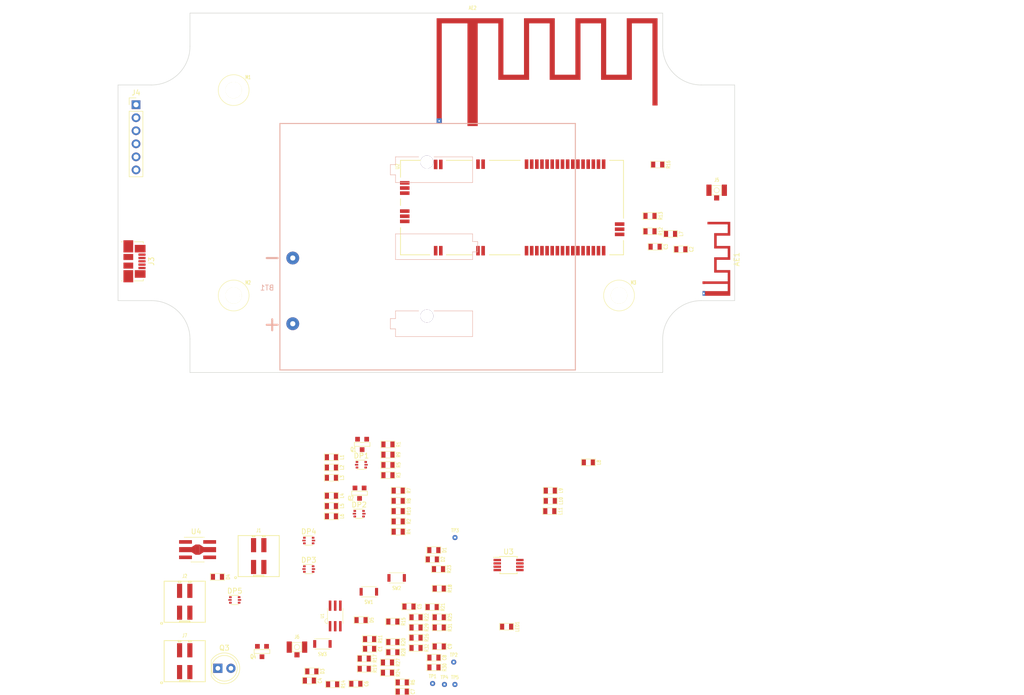
<source format=kicad_pcb>
(kicad_pcb (version 4) (host pcbnew 4.0.7-e2-6376~61~ubuntu18.04.1)

  (general
    (links 195)
    (no_connects 195)
    (area 94.949999 59.949999 215.050001 130.050001)
    (thickness 1.6)
    (drawings 55)
    (tracks 0)
    (zones 0)
    (modules 92)
    (nets 61)
  )

  (page A4)
  (layers
    (0 F.Cu signal)
    (1 In1.Cu signal)
    (2 In2.Cu signal)
    (31 B.Cu signal)
    (32 B.Adhes user)
    (33 F.Adhes user)
    (34 B.Paste user)
    (35 F.Paste user)
    (36 B.SilkS user)
    (37 F.SilkS user)
    (38 B.Mask user)
    (39 F.Mask user)
    (40 Dwgs.User user)
    (41 Cmts.User user)
    (42 Eco1.User user)
    (43 Eco2.User user)
    (44 Edge.Cuts user)
    (45 Margin user)
    (46 B.CrtYd user)
    (47 F.CrtYd user)
    (48 B.Fab user)
    (49 F.Fab user)
  )

  (setup
    (last_trace_width 0.25)
    (trace_clearance 0.2)
    (zone_clearance 0.508)
    (zone_45_only yes)
    (trace_min 0.2)
    (segment_width 0.2)
    (edge_width 0.1)
    (via_size 0.6)
    (via_drill 0.4)
    (via_min_size 0.4)
    (via_min_drill 0.3)
    (uvia_size 0.3)
    (uvia_drill 0.1)
    (uvias_allowed no)
    (uvia_min_size 0.2)
    (uvia_min_drill 0.1)
    (pcb_text_width 0.3)
    (pcb_text_size 1.5 1.5)
    (mod_edge_width 0.15)
    (mod_text_size 1 1)
    (mod_text_width 0.15)
    (pad_size 1.524 1.524)
    (pad_drill 0.762)
    (pad_to_mask_clearance 0.2)
    (aux_axis_origin 0 0)
    (visible_elements FFFFFF7F)
    (pcbplotparams
      (layerselection 0x01120_80000001)
      (usegerberextensions false)
      (excludeedgelayer true)
      (linewidth 0.100000)
      (plotframeref false)
      (viasonmask false)
      (mode 1)
      (useauxorigin false)
      (hpglpennumber 1)
      (hpglpenspeed 20)
      (hpglpendiameter 15)
      (hpglpenoverlay 2)
      (psnegative false)
      (psa4output false)
      (plotreference true)
      (plotvalue true)
      (plotinvisibletext false)
      (padsonsilk false)
      (subtractmaskfromsilk false)
      (outputformat 4)
      (mirror false)
      (drillshape 0)
      (scaleselection 1)
      (outputdirectory ""))
  )

  (net 0 "")
  (net 1 /GND_WIFI)
  (net 2 "Net-(AE1-Pad1)")
  (net 3 /GND_LORA)
  (net 4 "Net-(AE2-Pad1)")
  (net 5 VDD2)
  (net 6 GND)
  (net 7 /VEXTB)
  (net 8 "Net-(C3-Pad1)")
  (net 9 VCC)
  (net 10 "Net-(C5-Pad1)")
  (net 11 /VEXTC)
  (net 12 "Net-(C8-Pad1)")
  (net 13 /DEBUG_RXD)
  (net 14 /BOOT)
  (net 15 "Net-(D3-Pad2)")
  (net 16 "Net-(D4-Pad2)")
  (net 17 /ADC_BATT)
  (net 18 /VEXTA)
  (net 19 "Net-(DP1-Pad3)")
  (net 20 "Net-(DP1-Pad4)")
  (net 21 "Net-(DP2-Pad3)")
  (net 22 "Net-(DP2-Pad4)")
  (net 23 /RESET)
  (net 24 /DEBUG_TXD)
  (net 25 "Net-(DP5-Pad3)")
  (net 26 "Net-(DP5-Pad4)")
  (net 27 "Net-(J1-Pad4)")
  (net 28 "Net-(J1-Pad3)")
  (net 29 "Net-(J1-Pad2)")
  (net 30 "Net-(J2-Pad4)")
  (net 31 "Net-(J2-Pad3)")
  (net 32 "Net-(J2-Pad2)")
  (net 33 "Net-(J5-Pad1)")
  (net 34 "Net-(J6-Pad1)")
  (net 35 "Net-(J7-Pad4)")
  (net 36 "Net-(J7-Pad3)")
  (net 37 "Net-(J7-Pad2)")
  (net 38 "Net-(LED1-Pad1)")
  (net 39 /I2CA_CTRL)
  (net 40 /I2CB_CTRL)
  (net 41 "Net-(Q3-Pad2)")
  (net 42 "Net-(Q4-PadG)")
  (net 43 /I2CA_SDA)
  (net 44 /I2CA_SCL)
  (net 45 /I2CB_SDA)
  (net 46 /I2CB_SCL)
  (net 47 "Net-(R12-Pad1)")
  (net 48 "Net-(R17-Pad2)")
  (net 49 "Net-(R18-Pad2)")
  (net 50 "Net-(R22-Pad2)")
  (net 51 /VBATT_EN)
  (net 52 "Net-(R25-Pad1)")
  (net 53 "Net-(R25-Pad2)")
  (net 54 "Net-(R26-Pad1)")
  (net 55 "Net-(R26-Pad2)")
  (net 56 "Net-(R27-Pad1)")
  (net 57 "Net-(R29-Pad1)")
  (net 58 "Net-(R30-Pad1)")
  (net 59 /SAFE)
  (net 60 /ADC_LIGHT)

  (net_class Default "This is the default net class."
    (clearance 0.2)
    (trace_width 0.25)
    (via_dia 0.6)
    (via_drill 0.4)
    (uvia_dia 0.3)
    (uvia_drill 0.1)
    (add_net /ADC_BATT)
    (add_net /ADC_LIGHT)
    (add_net /BOOT)
    (add_net /DEBUG_RXD)
    (add_net /DEBUG_TXD)
    (add_net /GND_LORA)
    (add_net /GND_WIFI)
    (add_net /I2CA_CTRL)
    (add_net /I2CA_SCL)
    (add_net /I2CA_SDA)
    (add_net /I2CB_CTRL)
    (add_net /I2CB_SCL)
    (add_net /I2CB_SDA)
    (add_net /RESET)
    (add_net /SAFE)
    (add_net /VBATT_EN)
    (add_net /VEXTA)
    (add_net /VEXTB)
    (add_net /VEXTC)
    (add_net GND)
    (add_net "Net-(AE1-Pad1)")
    (add_net "Net-(AE2-Pad1)")
    (add_net "Net-(C3-Pad1)")
    (add_net "Net-(C5-Pad1)")
    (add_net "Net-(C8-Pad1)")
    (add_net "Net-(D3-Pad2)")
    (add_net "Net-(D4-Pad2)")
    (add_net "Net-(DP1-Pad3)")
    (add_net "Net-(DP1-Pad4)")
    (add_net "Net-(DP2-Pad3)")
    (add_net "Net-(DP2-Pad4)")
    (add_net "Net-(DP5-Pad3)")
    (add_net "Net-(DP5-Pad4)")
    (add_net "Net-(J1-Pad2)")
    (add_net "Net-(J1-Pad3)")
    (add_net "Net-(J1-Pad4)")
    (add_net "Net-(J2-Pad2)")
    (add_net "Net-(J2-Pad3)")
    (add_net "Net-(J2-Pad4)")
    (add_net "Net-(J5-Pad1)")
    (add_net "Net-(J6-Pad1)")
    (add_net "Net-(J7-Pad2)")
    (add_net "Net-(J7-Pad3)")
    (add_net "Net-(J7-Pad4)")
    (add_net "Net-(LED1-Pad1)")
    (add_net "Net-(Q3-Pad2)")
    (add_net "Net-(Q4-PadG)")
    (add_net "Net-(R12-Pad1)")
    (add_net "Net-(R17-Pad2)")
    (add_net "Net-(R18-Pad2)")
    (add_net "Net-(R22-Pad2)")
    (add_net "Net-(R25-Pad1)")
    (add_net "Net-(R25-Pad2)")
    (add_net "Net-(R26-Pad1)")
    (add_net "Net-(R26-Pad2)")
    (add_net "Net-(R27-Pad1)")
    (add_net "Net-(R29-Pad1)")
    (add_net "Net-(R30-Pad1)")
    (add_net VCC)
    (add_net VDD2)
  )

  (module RF_Antennas:Texas_SWRA117D_2.4GHz_Left (layer F.Cu) (tedit 5996792C) (tstamp 5B231170)
    (at 209 112.5 270)
    (descr http://www.ti.com/lit/an/swra117d/swra117d.pdf)
    (tags "PCB antenna")
    (path /5B232143)
    (attr virtual)
    (fp_text reference AE1 (at -4.55 -6.41 270) (layer F.SilkS)
      (effects (font (size 1 1) (thickness 0.15)))
    )
    (fp_text value Antenna_F (at -3.95 1.21 270) (layer F.Fab)
      (effects (font (size 1 1) (thickness 0.15)))
    )
    (fp_poly (pts (xy -2.45 -2.51) (xy -4.45 -2.51) (xy -4.45 -5.15) (xy -7.15 -5.15)
      (xy -7.15 -2.51) (xy -9.15 -2.51) (xy -9.15 -5.15) (xy -11.85 -5.15)
      (xy -11.85 -0.71) (xy -11.35 -0.71) (xy -11.35 -4.65) (xy -9.65 -4.65)
      (xy -9.65 -2.01) (xy -6.65 -2.01) (xy -6.65 -4.65) (xy -4.95 -4.65)
      (xy -4.95 -2.01) (xy -1.95 -2.01) (xy -1.95 -4.65) (xy -0.25 -4.65)
      (xy -0.25 0.25) (xy 0.25 0.25) (xy 0.25 -4.65) (xy 1.65 -4.65)
      (xy 1.65 0.25) (xy 2.55 0.25) (xy 2.55 0.006785) (xy 2.247583 0.006785)
      (xy 2.237742 0.054395) (xy 2.213674 0.096797) (xy 2.175731 0.129581) (xy 2.167819 0.133935)
      (xy 2.125156 0.146043) (xy 2.076637 0.1453) (xy 2.031122 0.1324) (xy 2.012511 0.121787)
      (xy 1.978868 0.086553) (xy 1.958309 0.041368) (xy 1.951778 -0.008158) (xy 1.960218 -0.056417)
      (xy 1.977112 -0.088643) (xy 2.012372 -0.121313) (xy 2.057682 -0.141408) (xy 2.107267 -0.147982)
      (xy 2.155353 -0.140092) (xy 2.188245 -0.123186) (xy 2.223185 -0.086416) (xy 2.242847 -0.041622)
      (xy 2.247583 0.006785) (xy 2.55 0.006785) (xy 2.55 -5.15) (xy -2.45 -5.15)
      (xy -2.45 -2.51)) (layer F.Cu) (width 0))
    (fp_line (start 3.05 -5.45) (end -12.15 -5.45) (layer Dwgs.User) (width 0.15))
    (fp_line (start 3.05 -0.25) (end -12.15 -0.25) (layer Dwgs.User) (width 0.15))
    (fp_line (start 3.05 -0.25) (end 3.05 -5.45) (layer Dwgs.User) (width 0.15))
    (fp_line (start -12.15 -0.25) (end -12.15 -5.45) (layer Dwgs.User) (width 0.15))
    (fp_line (start 3.05 -5.45) (end -12.15 -0.25) (layer Dwgs.User) (width 0.15))
    (fp_line (start 3.05 -0.25) (end -12.15 -5.45) (layer Dwgs.User) (width 0.15))
    (fp_line (start 3.2 -5.6) (end -12.3 -5.6) (layer F.CrtYd) (width 0.05))
    (fp_line (start -12.3 -5.6) (end -12.3 0.35) (layer F.CrtYd) (width 0.05))
    (fp_line (start -12.3 0.35) (end 3.2 0.35) (layer F.CrtYd) (width 0.05))
    (fp_line (start 3.2 0.35) (end 3.2 -5.6) (layer F.CrtYd) (width 0.05))
    (fp_text user %R (at -4.55 -6.4 270) (layer F.Fab)
      (effects (font (size 1 1) (thickness 0.15)))
    )
    (fp_line (start -12.3 -5.6) (end -12.3 0.35) (layer F.Fab) (width 0.15))
    (fp_line (start 3.2 0.35) (end 3.2 -5.6) (layer F.Fab) (width 0.15))
    (fp_line (start -12.3 0.35) (end 3.2 0.35) (layer F.Fab) (width 0.15))
    (fp_line (start 3.2 -5.6) (end -12.3 -5.6) (layer F.Fab) (width 0.15))
    (pad 2 thru_hole rect (at 2.1 0 270) (size 0.9 0.5) (drill 0.3) (layers *.Cu)
      (net 1 /GND_WIFI) (zone_connect 2))
    (pad 1 connect rect (at 0 0 270) (size 0.5 0.5) (layers F.Cu)
      (net 2 "Net-(AE1-Pad1)"))
  )

  (module brush:Texas_SWRA228C_915MHz_Right (layer F.Cu) (tedit 5AFE44F2) (tstamp 5B231185)
    (at 164 81)
    (descr http://www.ti.com/lit/an/swra117d/swra117d.pdf)
    (tags "PCB antenna")
    (path /5AF44CB9)
    (attr virtual)
    (fp_text reference AE2 (at 0 -22) (layer F.SilkS)
      (effects (font (size 0.7 0.55) (thickness 0.12)))
    )
    (fp_text value Antenna_F (at 0 3) (layer F.Fab)
      (effects (font (size 0.7 0.55) (thickness 0.12)))
    )
    (fp_poly (pts (xy -1 1) (xy 1 1) (xy 1 -19) (xy 5 -19)
      (xy 5 -8) (xy 11 -8) (xy 11 -19) (xy 15 -19)
      (xy 15 -8) (xy 21 -8) (xy 21 -19) (xy 25 -19)
      (xy 25 -8) (xy 31 -8) (xy 31 -19) (xy 35 -19)
      (xy 35 -3) (xy 36 -3) (xy 36 -20) (xy 30 -20)
      (xy 30 -9) (xy 26 -9) (xy 26 -20) (xy 20 -20)
      (xy 20 -9) (xy 16 -9) (xy 16 -20) (xy 10 -20)
      (xy 10 -9) (xy 6 -9) (xy 6 -20) (xy -7 -20)
      (xy -7 0.5) (xy -6 0.5) (xy -6 -19) (xy -1 -19)
      (xy -1 1)) (layer F.Cu) (width 0))
    (fp_line (start -7.9 -20.9) (end 36.9 -20.9) (layer Dwgs.User) (width 0.15))
    (fp_line (start 36.9 -20.9) (end 36.9 -1) (layer Dwgs.User) (width 0.15))
    (fp_line (start 36.9 -1) (end -7.9 -1) (layer Dwgs.User) (width 0.15))
    (fp_line (start -7.9 -1) (end -7.9 -20.9) (layer Dwgs.User) (width 0.15))
    (fp_line (start -7.9 -20.9) (end 36.9 -1) (layer Dwgs.User) (width 0.15))
    (fp_line (start 36.9 -20.9) (end -7.9 -1) (layer Dwgs.User) (width 0.15))
    (fp_line (start -8 -21) (end 37 -21) (layer F.CrtYd) (width 0.05))
    (fp_line (start 37 -21) (end 37 2) (layer F.CrtYd) (width 0.05))
    (fp_line (start 37 2) (end -8 2) (layer F.CrtYd) (width 0.05))
    (fp_line (start -8 2) (end -8 -21) (layer F.CrtYd) (width 0.05))
    (fp_line (start -8 -21) (end 37 -21) (layer F.Fab) (width 0.15))
    (fp_line (start 37 -21) (end 37 2) (layer F.Fab) (width 0.15))
    (fp_line (start 37 2) (end -8 2) (layer F.Fab) (width 0.15))
    (fp_line (start -8 2) (end -8 -21) (layer F.Fab) (width 0.15))
    (pad 2 thru_hole rect (at -6.5 0) (size 1 1) (drill 0.3) (layers *.Cu)
      (net 3 /GND_LORA) (zone_connect 2))
    (pad 1 connect rect (at 0 0) (size 0.5 0.5) (layers F.Cu)
      (net 4 "Net-(AE2-Pad1)"))
  )

  (module brush:MPD_BC3AAPC (layer B.Cu) (tedit 5B04EA75) (tstamp 5B2311AD)
    (at 129 120.5 180)
    (path /5AEF8DB1)
    (fp_text reference BT1 (at 5 7 360) (layer B.SilkS)
      (effects (font (size 1 1) (thickness 0.15)) (justify mirror))
    )
    (fp_text value BATTERY (at -7.5 0 360) (layer B.Fab)
      (effects (font (size 1 1) (thickness 0.15)) (justify mirror))
    )
    (fp_line (start -35 17.5) (end -20 17.5) (layer B.SilkS) (width 0.1))
    (fp_line (start -35 16) (end -35 17.5) (layer B.SilkS) (width 0.1))
    (fp_line (start -36 16) (end -35 16) (layer B.SilkS) (width 0.1))
    (fp_line (start -36 14) (end -36 16) (layer B.SilkS) (width 0.1))
    (fp_line (start -35 14) (end -36 14) (layer B.SilkS) (width 0.1))
    (fp_line (start -35 12.5) (end -35 14) (layer B.SilkS) (width 0.1))
    (fp_line (start -20 12.5) (end -35 12.5) (layer B.SilkS) (width 0.1))
    (fp_line (start -20 17.5) (end -20 12.5) (layer B.SilkS) (width 0.1))
    (fp_text user + (at 4 0 180) (layer B.SilkS)
      (effects (font (size 2.8 2.8) (thickness 0.4)) (justify mirror))
    )
    (fp_line (start 2.5 39) (end 2.5 -9) (layer B.SilkS) (width 0.2))
    (fp_line (start -55 39) (end 2.5 39) (layer B.SilkS) (width 0.2))
    (fp_line (start -55 -9) (end -55 39) (layer B.SilkS) (width 0.2))
    (fp_line (start 2.5 -9) (end -55 -9) (layer B.SilkS) (width 0.2))
    (fp_text user - (at 4 13 180) (layer B.SilkS)
      (effects (font (size 2.8 2.8) (thickness 0.4)) (justify mirror))
    )
    (fp_line (start -20 2.5) (end -20 1) (layer B.SilkS) (width 0.1))
    (fp_line (start -20 -1) (end -20 -2.5) (layer B.SilkS) (width 0.1))
    (fp_line (start -35 -2.5) (end -35 2.5) (layer B.SilkS) (width 0.1))
    (fp_line (start -35 2.5) (end -27.5 2.5) (layer B.SilkS) (width 0.1))
    (fp_line (start -20 -2.5) (end -35 -2.5) (layer B.SilkS) (width 0.1))
    (fp_line (start -19 1) (end -19 -1) (layer B.SilkS) (width 0.1))
    (fp_line (start -19 -1) (end -20 -1) (layer B.SilkS) (width 0.1))
    (fp_line (start -20 1) (end -19 1) (layer B.SilkS) (width 0.1))
    (fp_line (start -24.5 2.5) (end -20 2.5) (layer B.SilkS) (width 0.1))
    (fp_line (start -19 29) (end -20 29) (layer B.SilkS) (width 0.1))
    (fp_line (start -20 32.5) (end -20 31) (layer B.SilkS) (width 0.1))
    (fp_line (start -35 32.5) (end -27.5 32.5) (layer B.SilkS) (width 0.1))
    (fp_line (start -35 27.5) (end -35 32.5) (layer B.SilkS) (width 0.1))
    (fp_line (start -20 29) (end -20 27.5) (layer B.SilkS) (width 0.1))
    (fp_line (start -20 27.5) (end -35 27.5) (layer B.SilkS) (width 0.1))
    (fp_line (start -19 31) (end -19 29) (layer B.SilkS) (width 0.1))
    (fp_line (start -20 31) (end -19 31) (layer B.SilkS) (width 0.1))
    (fp_line (start -24.5 32.5) (end -20 32.5) (layer B.SilkS) (width 0.1))
    (pad 1 thru_hole circle (at 0 0 180) (size 2.5 2.5) (drill 1) (layers *.Cu *.Mask)
      (net 5 VDD2))
    (pad 2 thru_hole circle (at 0 12.8 180) (size 2.5 2.5) (drill 1) (layers *.Cu *.Mask)
      (net 6 GND))
    (pad "" thru_hole circle (at -26.1 1.5 180) (size 2.5 2.5) (drill 2.5) (layers *.Cu))
    (pad "" thru_hole circle (at -26.1 31.5 180) (size 2.5 2.5) (drill 2.5) (layers *.Cu))
  )

  (module brush:SM0603 (layer F.Cu) (tedit 57BE36D9) (tstamp 5B2311B7)
    (at 143.930001 183.810001)
    (path /5AEEE07D)
    (attr smd)
    (fp_text reference C1 (at 2.1 0 90) (layer F.SilkS)
      (effects (font (size 0.7 0.55) (thickness 0.12)))
    )
    (fp_text value 100N (at 0 0) (layer F.SilkS) hide
      (effects (font (size 0.7 0.55) (thickness 0.12)))
    )
    (fp_line (start -1.35 -0.65) (end 1.4 -0.65) (layer F.SilkS) (width 0.1))
    (fp_line (start 1.4 -0.65) (end 1.4 0.65) (layer F.SilkS) (width 0.1))
    (fp_line (start 1.4 0.65) (end -1.35 0.65) (layer F.SilkS) (width 0.1))
    (fp_line (start -1.35 0.65) (end -1.35 -0.65) (layer F.SilkS) (width 0.1))
    (pad 1 smd rect (at -0.85 0) (size 0.8 1.143) (layers F.Cu F.Paste F.Mask)
      (net 7 /VEXTB))
    (pad 2 smd rect (at 0.9 0) (size 0.8 1.143) (layers F.Cu F.Paste F.Mask)
      (net 6 GND))
    (model Capacitors_SMD.3dshapes/C_0603.wrl
      (at (xyz 0 0 0))
      (scale (xyz 1 1 1))
      (rotate (xyz 0 0 0))
    )
  )

  (module brush:SM0603 (layer F.Cu) (tedit 57BE36D9) (tstamp 5B2311C1)
    (at 204.5 106)
    (path /5B23213D)
    (attr smd)
    (fp_text reference C2 (at 2.1 0 90) (layer F.SilkS)
      (effects (font (size 0.7 0.55) (thickness 0.12)))
    )
    (fp_text value C (at 0 0) (layer F.SilkS) hide
      (effects (font (size 0.7 0.55) (thickness 0.12)))
    )
    (fp_line (start -1.35 -0.65) (end 1.4 -0.65) (layer F.SilkS) (width 0.1))
    (fp_line (start 1.4 -0.65) (end 1.4 0.65) (layer F.SilkS) (width 0.1))
    (fp_line (start 1.4 0.65) (end -1.35 0.65) (layer F.SilkS) (width 0.1))
    (fp_line (start -1.35 0.65) (end -1.35 -0.65) (layer F.SilkS) (width 0.1))
    (pad 1 smd rect (at -0.85 0) (size 0.8 1.143) (layers F.Cu F.Paste F.Mask)
      (net 2 "Net-(AE1-Pad1)"))
    (pad 2 smd rect (at 0.9 0) (size 0.8 1.143) (layers F.Cu F.Paste F.Mask)
      (net 1 /GND_WIFI))
    (model Capacitors_SMD.3dshapes/C_0603.wrl
      (at (xyz 0 0 0))
      (scale (xyz 1 1 1))
      (rotate (xyz 0 0 0))
    )
  )

  (module brush:SM0603 (layer F.Cu) (tedit 57BE36D9) (tstamp 5B2311CB)
    (at 199.5 105.5)
    (path /5B232130)
    (attr smd)
    (fp_text reference C3 (at 2.1 0 90) (layer F.SilkS)
      (effects (font (size 0.7 0.55) (thickness 0.12)))
    )
    (fp_text value C (at 0 0) (layer F.SilkS) hide
      (effects (font (size 0.7 0.55) (thickness 0.12)))
    )
    (fp_line (start -1.35 -0.65) (end 1.4 -0.65) (layer F.SilkS) (width 0.1))
    (fp_line (start 1.4 -0.65) (end 1.4 0.65) (layer F.SilkS) (width 0.1))
    (fp_line (start 1.4 0.65) (end -1.35 0.65) (layer F.SilkS) (width 0.1))
    (fp_line (start -1.35 0.65) (end -1.35 -0.65) (layer F.SilkS) (width 0.1))
    (pad 1 smd rect (at -0.85 0) (size 0.8 1.143) (layers F.Cu F.Paste F.Mask)
      (net 8 "Net-(C3-Pad1)"))
    (pad 2 smd rect (at 0.9 0) (size 0.8 1.143) (layers F.Cu F.Paste F.Mask)
      (net 1 /GND_WIFI))
    (model Capacitors_SMD.3dshapes/C_0603.wrl
      (at (xyz 0 0 0))
      (scale (xyz 1 1 1))
      (rotate (xyz 0 0 0))
    )
  )

  (module brush:SM0603 (layer F.Cu) (tedit 57BE36D9) (tstamp 5B2311D5)
    (at 132.210001 190.000001)
    (path /5AEE5D2A)
    (attr smd)
    (fp_text reference C4 (at 2.1 0 90) (layer F.SilkS)
      (effects (font (size 0.7 0.55) (thickness 0.12)))
    )
    (fp_text value 100N (at 0 0) (layer F.SilkS) hide
      (effects (font (size 0.7 0.55) (thickness 0.12)))
    )
    (fp_line (start -1.35 -0.65) (end 1.4 -0.65) (layer F.SilkS) (width 0.1))
    (fp_line (start 1.4 -0.65) (end 1.4 0.65) (layer F.SilkS) (width 0.1))
    (fp_line (start 1.4 0.65) (end -1.35 0.65) (layer F.SilkS) (width 0.1))
    (fp_line (start -1.35 0.65) (end -1.35 -0.65) (layer F.SilkS) (width 0.1))
    (pad 1 smd rect (at -0.85 0) (size 0.8 1.143) (layers F.Cu F.Paste F.Mask)
      (net 9 VCC))
    (pad 2 smd rect (at 0.9 0) (size 0.8 1.143) (layers F.Cu F.Paste F.Mask)
      (net 6 GND))
    (model Capacitors_SMD.3dshapes/C_0603.wrl
      (at (xyz 0 0 0))
      (scale (xyz 1 1 1))
      (rotate (xyz 0 0 0))
    )
  )

  (module brush:SM0603 (layer F.Cu) (tedit 57BE36D9) (tstamp 5B2311DF)
    (at 151.590001 175.580001)
    (path /5AEEE841)
    (attr smd)
    (fp_text reference C5 (at 2.1 0 90) (layer F.SilkS)
      (effects (font (size 0.7 0.55) (thickness 0.12)))
    )
    (fp_text value 10U (at 0 0) (layer F.SilkS) hide
      (effects (font (size 0.7 0.55) (thickness 0.12)))
    )
    (fp_line (start -1.35 -0.65) (end 1.4 -0.65) (layer F.SilkS) (width 0.1))
    (fp_line (start 1.4 -0.65) (end 1.4 0.65) (layer F.SilkS) (width 0.1))
    (fp_line (start 1.4 0.65) (end -1.35 0.65) (layer F.SilkS) (width 0.1))
    (fp_line (start -1.35 0.65) (end -1.35 -0.65) (layer F.SilkS) (width 0.1))
    (pad 1 smd rect (at -0.85 0) (size 0.8 1.143) (layers F.Cu F.Paste F.Mask)
      (net 10 "Net-(C5-Pad1)"))
    (pad 2 smd rect (at 0.9 0) (size 0.8 1.143) (layers F.Cu F.Paste F.Mask)
      (net 6 GND))
    (model Capacitors_SMD.3dshapes/C_0603.wrl
      (at (xyz 0 0 0))
      (scale (xyz 1 1 1))
      (rotate (xyz 0 0 0))
    )
  )

  (module brush:SM0603 (layer F.Cu) (tedit 57BE36D9) (tstamp 5B2311E9)
    (at 141.250001 190.620001)
    (path /5AEE5C23)
    (attr smd)
    (fp_text reference C6 (at 2.1 0 90) (layer F.SilkS)
      (effects (font (size 0.7 0.55) (thickness 0.12)))
    )
    (fp_text value 10U (at 0 0) (layer F.SilkS) hide
      (effects (font (size 0.7 0.55) (thickness 0.12)))
    )
    (fp_line (start -1.35 -0.65) (end 1.4 -0.65) (layer F.SilkS) (width 0.1))
    (fp_line (start 1.4 -0.65) (end 1.4 0.65) (layer F.SilkS) (width 0.1))
    (fp_line (start 1.4 0.65) (end -1.35 0.65) (layer F.SilkS) (width 0.1))
    (fp_line (start -1.35 0.65) (end -1.35 -0.65) (layer F.SilkS) (width 0.1))
    (pad 1 smd rect (at -0.85 0) (size 0.8 1.143) (layers F.Cu F.Paste F.Mask)
      (net 9 VCC))
    (pad 2 smd rect (at 0.9 0) (size 0.8 1.143) (layers F.Cu F.Paste F.Mask)
      (net 6 GND))
    (model Capacitors_SMD.3dshapes/C_0603.wrl
      (at (xyz 0 0 0))
      (scale (xyz 1 1 1))
      (rotate (xyz 0 0 0))
    )
  )

  (module brush:SM0603 (layer F.Cu) (tedit 57BE36D9) (tstamp 5B2311F3)
    (at 150.290001 192.150001)
    (path /5AEEE123)
    (attr smd)
    (fp_text reference C7 (at 2.1 0 90) (layer F.SilkS)
      (effects (font (size 0.7 0.55) (thickness 0.12)))
    )
    (fp_text value 100N (at 0 0) (layer F.SilkS) hide
      (effects (font (size 0.7 0.55) (thickness 0.12)))
    )
    (fp_line (start -1.35 -0.65) (end 1.4 -0.65) (layer F.SilkS) (width 0.1))
    (fp_line (start 1.4 -0.65) (end 1.4 0.65) (layer F.SilkS) (width 0.1))
    (fp_line (start 1.4 0.65) (end -1.35 0.65) (layer F.SilkS) (width 0.1))
    (fp_line (start -1.35 0.65) (end -1.35 -0.65) (layer F.SilkS) (width 0.1))
    (pad 1 smd rect (at -0.85 0) (size 0.8 1.143) (layers F.Cu F.Paste F.Mask)
      (net 11 /VEXTC))
    (pad 2 smd rect (at 0.9 0) (size 0.8 1.143) (layers F.Cu F.Paste F.Mask)
      (net 6 GND))
    (model Capacitors_SMD.3dshapes/C_0603.wrl
      (at (xyz 0 0 0))
      (scale (xyz 1 1 1))
      (rotate (xyz 0 0 0))
    )
  )

  (module brush:SM0603 (layer F.Cu) (tedit 57BE36D9) (tstamp 5B2311FD)
    (at 156.450001 185.530001)
    (path /5AF436E3)
    (attr smd)
    (fp_text reference C8 (at 2.1 0 90) (layer F.SilkS)
      (effects (font (size 0.7 0.55) (thickness 0.12)))
    )
    (fp_text value C (at 0 0) (layer F.SilkS) hide
      (effects (font (size 0.7 0.55) (thickness 0.12)))
    )
    (fp_line (start -1.35 -0.65) (end 1.4 -0.65) (layer F.SilkS) (width 0.1))
    (fp_line (start 1.4 -0.65) (end 1.4 0.65) (layer F.SilkS) (width 0.1))
    (fp_line (start 1.4 0.65) (end -1.35 0.65) (layer F.SilkS) (width 0.1))
    (fp_line (start -1.35 0.65) (end -1.35 -0.65) (layer F.SilkS) (width 0.1))
    (pad 1 smd rect (at -0.85 0) (size 0.8 1.143) (layers F.Cu F.Paste F.Mask)
      (net 12 "Net-(C8-Pad1)"))
    (pad 2 smd rect (at 0.9 0) (size 0.8 1.143) (layers F.Cu F.Paste F.Mask)
      (net 3 /GND_LORA))
    (model Capacitors_SMD.3dshapes/C_0603.wrl
      (at (xyz 0 0 0))
      (scale (xyz 1 1 1))
      (rotate (xyz 0 0 0))
    )
  )

  (module brush:SM0603 (layer F.Cu) (tedit 57BE36D9) (tstamp 5B231207)
    (at 157.490001 183.350001)
    (path /5AF438B4)
    (attr smd)
    (fp_text reference C9 (at 2.1 0 90) (layer F.SilkS)
      (effects (font (size 0.7 0.55) (thickness 0.12)))
    )
    (fp_text value C (at 0 0) (layer F.SilkS) hide
      (effects (font (size 0.7 0.55) (thickness 0.12)))
    )
    (fp_line (start -1.35 -0.65) (end 1.4 -0.65) (layer F.SilkS) (width 0.1))
    (fp_line (start 1.4 -0.65) (end 1.4 0.65) (layer F.SilkS) (width 0.1))
    (fp_line (start 1.4 0.65) (end -1.35 0.65) (layer F.SilkS) (width 0.1))
    (fp_line (start -1.35 0.65) (end -1.35 -0.65) (layer F.SilkS) (width 0.1))
    (pad 1 smd rect (at -0.85 0) (size 0.8 1.143) (layers F.Cu F.Paste F.Mask)
      (net 4 "Net-(AE2-Pad1)"))
    (pad 2 smd rect (at 0.9 0) (size 0.8 1.143) (layers F.Cu F.Paste F.Mask)
      (net 3 /GND_LORA))
    (model Capacitors_SMD.3dshapes/C_0603.wrl
      (at (xyz 0 0 0))
      (scale (xyz 1 1 1))
      (rotate (xyz 0 0 0))
    )
  )

  (module brush:SM0603 (layer F.Cu) (tedit 57BE36D9) (tstamp 5B231211)
    (at 156.430715 164.590001)
    (path /5AF8BBE7)
    (attr smd)
    (fp_text reference D1 (at 2.1 0 90) (layer F.SilkS)
      (effects (font (size 0.7 0.55) (thickness 0.12)))
    )
    (fp_text value NSR0530H (at 0 0) (layer F.SilkS) hide
      (effects (font (size 0.7 0.55) (thickness 0.12)))
    )
    (fp_line (start -1.35 -0.65) (end 1.4 -0.65) (layer F.SilkS) (width 0.1))
    (fp_line (start 1.4 -0.65) (end 1.4 0.65) (layer F.SilkS) (width 0.1))
    (fp_line (start 1.4 0.65) (end -1.35 0.65) (layer F.SilkS) (width 0.1))
    (fp_line (start -1.35 0.65) (end -1.35 -0.65) (layer F.SilkS) (width 0.1))
    (pad 1 smd rect (at -0.85 0) (size 0.8 1.143) (layers F.Cu F.Paste F.Mask)
      (net 13 /DEBUG_RXD))
    (pad 2 smd rect (at 0.9 0) (size 0.8 1.143) (layers F.Cu F.Paste F.Mask)
      (net 14 /BOOT))
    (model Capacitors_SMD.3dshapes/C_0603.wrl
      (at (xyz 0 0 0))
      (scale (xyz 1 1 1))
      (rotate (xyz 0 0 0))
    )
  )

  (module brush:SM0603 (layer F.Cu) (tedit 57BE36D9) (tstamp 5B23121B)
    (at 156.14262 166.390001)
    (path /5B0423E7)
    (attr smd)
    (fp_text reference D2 (at 2.1 0 90) (layer F.SilkS)
      (effects (font (size 0.7 0.55) (thickness 0.12)))
    )
    (fp_text value NSR0120 (at 0 0) (layer F.SilkS) hide
      (effects (font (size 0.7 0.55) (thickness 0.12)))
    )
    (fp_line (start -1.35 -0.65) (end 1.4 -0.65) (layer F.SilkS) (width 0.1))
    (fp_line (start 1.4 -0.65) (end 1.4 0.65) (layer F.SilkS) (width 0.1))
    (fp_line (start 1.4 0.65) (end -1.35 0.65) (layer F.SilkS) (width 0.1))
    (fp_line (start -1.35 0.65) (end -1.35 -0.65) (layer F.SilkS) (width 0.1))
    (pad 1 smd rect (at -0.85 0) (size 0.8 1.143) (layers F.Cu F.Paste F.Mask)
      (net 10 "Net-(C5-Pad1)"))
    (pad 2 smd rect (at 0.9 0) (size 0.8 1.143) (layers F.Cu F.Paste F.Mask)
      (net 5 VDD2))
    (model Capacitors_SMD.3dshapes/C_0603.wrl
      (at (xyz 0 0 0))
      (scale (xyz 1 1 1))
      (rotate (xyz 0 0 0))
    )
  )

  (module brush:SM0603 (layer F.Cu) (tedit 57BE36D9) (tstamp 5B231225)
    (at 132.68262 188.200001)
    (path /5B0432C5)
    (attr smd)
    (fp_text reference D3 (at 2.1 0 90) (layer F.SilkS)
      (effects (font (size 0.7 0.55) (thickness 0.12)))
    )
    (fp_text value NSR0120 (at 0 0) (layer F.SilkS) hide
      (effects (font (size 0.7 0.55) (thickness 0.12)))
    )
    (fp_line (start -1.35 -0.65) (end 1.4 -0.65) (layer F.SilkS) (width 0.1))
    (fp_line (start 1.4 -0.65) (end 1.4 0.65) (layer F.SilkS) (width 0.1))
    (fp_line (start 1.4 0.65) (end -1.35 0.65) (layer F.SilkS) (width 0.1))
    (fp_line (start -1.35 0.65) (end -1.35 -0.65) (layer F.SilkS) (width 0.1))
    (pad 1 smd rect (at -0.85 0) (size 0.8 1.143) (layers F.Cu F.Paste F.Mask)
      (net 10 "Net-(C5-Pad1)"))
    (pad 2 smd rect (at 0.9 0) (size 0.8 1.143) (layers F.Cu F.Paste F.Mask)
      (net 15 "Net-(D3-Pad2)"))
    (model Capacitors_SMD.3dshapes/C_0603.wrl
      (at (xyz 0 0 0))
      (scale (xyz 1 1 1))
      (rotate (xyz 0 0 0))
    )
  )

  (module brush:SM0603 (layer F.Cu) (tedit 57BE36D9) (tstamp 5B23122F)
    (at 114.32262 169.800001)
    (path /5B043F3F)
    (attr smd)
    (fp_text reference D4 (at 2.1 0 90) (layer F.SilkS)
      (effects (font (size 0.7 0.55) (thickness 0.12)))
    )
    (fp_text value NSR0120 (at 0 0) (layer F.SilkS) hide
      (effects (font (size 0.7 0.55) (thickness 0.12)))
    )
    (fp_line (start -1.35 -0.65) (end 1.4 -0.65) (layer F.SilkS) (width 0.1))
    (fp_line (start 1.4 -0.65) (end 1.4 0.65) (layer F.SilkS) (width 0.1))
    (fp_line (start 1.4 0.65) (end -1.35 0.65) (layer F.SilkS) (width 0.1))
    (fp_line (start -1.35 0.65) (end -1.35 -0.65) (layer F.SilkS) (width 0.1))
    (pad 1 smd rect (at -0.85 0) (size 0.8 1.143) (layers F.Cu F.Paste F.Mask)
      (net 10 "Net-(C5-Pad1)"))
    (pad 2 smd rect (at 0.9 0) (size 0.8 1.143) (layers F.Cu F.Paste F.Mask)
      (net 16 "Net-(D4-Pad2)"))
    (model Capacitors_SMD.3dshapes/C_0603.wrl
      (at (xyz 0 0 0))
      (scale (xyz 1 1 1))
      (rotate (xyz 0 0 0))
    )
  )

  (module brush:SM0603 (layer F.Cu) (tedit 57BE36D9) (tstamp 5B231239)
    (at 142.270715 178.220001)
    (path /5AFCDDF9)
    (attr smd)
    (fp_text reference D5 (at 2.1 0 90) (layer F.SilkS)
      (effects (font (size 0.7 0.55) (thickness 0.12)))
    )
    (fp_text value NSR0530H (at 0 0) (layer F.SilkS) hide
      (effects (font (size 0.7 0.55) (thickness 0.12)))
    )
    (fp_line (start -1.35 -0.65) (end 1.4 -0.65) (layer F.SilkS) (width 0.1))
    (fp_line (start 1.4 -0.65) (end 1.4 0.65) (layer F.SilkS) (width 0.1))
    (fp_line (start 1.4 0.65) (end -1.35 0.65) (layer F.SilkS) (width 0.1))
    (fp_line (start -1.35 0.65) (end -1.35 -0.65) (layer F.SilkS) (width 0.1))
    (pad 1 smd rect (at -0.85 0) (size 0.8 1.143) (layers F.Cu F.Paste F.Mask)
      (net 9 VCC))
    (pad 2 smd rect (at 0.9 0) (size 0.8 1.143) (layers F.Cu F.Paste F.Mask)
      (net 17 /ADC_BATT))
    (model Capacitors_SMD.3dshapes/C_0603.wrl
      (at (xyz 0 0 0))
      (scale (xyz 1 1 1))
      (rotate (xyz 0 0 0))
    )
  )

  (module TO_SOT_Packages_SMD:SOT-666 (layer F.Cu) (tedit 58CE4E7F) (tstamp 5B23124F)
    (at 142.35 147.9625)
    (descr SOT666)
    (tags SOT-666)
    (path /5B09008D)
    (attr smd)
    (fp_text reference DP1 (at 0 -1.75) (layer F.SilkS)
      (effects (font (size 1 1) (thickness 0.15)))
    )
    (fp_text value UCLAMP3304A (at 0 1.75 180) (layer F.Fab)
      (effects (font (size 1 1) (thickness 0.15)))
    )
    (fp_text user %R (at 0 0 90) (layer F.Fab)
      (effects (font (size 0.5 0.5) (thickness 0.075)))
    )
    (fp_line (start -0.65 -0.53) (end -0.33 -0.85) (layer F.Fab) (width 0.1))
    (fp_line (start 0.8 -0.9) (end -1.1 -0.9) (layer F.SilkS) (width 0.12))
    (fp_line (start -0.8 0.9) (end 0.8 0.9) (layer F.SilkS) (width 0.12))
    (fp_line (start -1.5 -1.1) (end 1.5 -1.1) (layer F.CrtYd) (width 0.05))
    (fp_line (start 0.65 -0.85) (end -0.33 -0.85) (layer F.Fab) (width 0.1))
    (fp_line (start -0.65 -0.53) (end -0.65 0.85) (layer F.Fab) (width 0.1))
    (fp_line (start -1.5 1.1) (end 1.5 1.1) (layer F.CrtYd) (width 0.05))
    (fp_line (start 0.65 -0.85) (end 0.65 0.85) (layer F.Fab) (width 0.1))
    (fp_line (start 0.65 0.85) (end -0.65 0.85) (layer F.Fab) (width 0.1))
    (fp_line (start -1.5 -1.1) (end -1.5 1.1) (layer F.CrtYd) (width 0.05))
    (fp_line (start 1.5 1.1) (end 1.5 -1.1) (layer F.CrtYd) (width 0.05))
    (pad 1 smd rect (at -0.85 -0.5375) (size 0.5 0.375) (layers F.Cu F.Paste F.Mask)
      (net 18 /VEXTA))
    (pad 3 smd rect (at -0.85 0.5375) (size 0.5 0.375) (layers F.Cu F.Paste F.Mask)
      (net 19 "Net-(DP1-Pad3)"))
    (pad 5 smd rect (at 0.925 0) (size 0.65 0.3) (layers F.Cu F.Paste F.Mask)
      (net 6 GND))
    (pad 2 smd rect (at -0.925 0) (size 0.65 0.3) (layers F.Cu F.Paste F.Mask)
      (net 6 GND))
    (pad 4 smd rect (at 0.85 0.5375) (size 0.5 0.375) (layers F.Cu F.Paste F.Mask)
      (net 20 "Net-(DP1-Pad4)"))
    (pad 6 smd rect (at 0.85 -0.5375) (size 0.5 0.375) (layers F.Cu F.Paste F.Mask))
    (model ${KISYS3DMOD}/TO_SOT_Packages_SMD.3dshapes/SOT-666.wrl
      (at (xyz 0 0 0))
      (scale (xyz 1 1 1))
      (rotate (xyz 0 0 0))
    )
  )

  (module TO_SOT_Packages_SMD:SOT-666 (layer F.Cu) (tedit 58CE4E7F) (tstamp 5B231265)
    (at 141.925 157.5)
    (descr SOT666)
    (tags SOT-666)
    (path /5B097575)
    (attr smd)
    (fp_text reference DP2 (at 0 -1.75) (layer F.SilkS)
      (effects (font (size 1 1) (thickness 0.15)))
    )
    (fp_text value UCLAMP3304A (at 0 1.75 180) (layer F.Fab)
      (effects (font (size 1 1) (thickness 0.15)))
    )
    (fp_text user %R (at 0 0 90) (layer F.Fab)
      (effects (font (size 0.5 0.5) (thickness 0.075)))
    )
    (fp_line (start -0.65 -0.53) (end -0.33 -0.85) (layer F.Fab) (width 0.1))
    (fp_line (start 0.8 -0.9) (end -1.1 -0.9) (layer F.SilkS) (width 0.12))
    (fp_line (start -0.8 0.9) (end 0.8 0.9) (layer F.SilkS) (width 0.12))
    (fp_line (start -1.5 -1.1) (end 1.5 -1.1) (layer F.CrtYd) (width 0.05))
    (fp_line (start 0.65 -0.85) (end -0.33 -0.85) (layer F.Fab) (width 0.1))
    (fp_line (start -0.65 -0.53) (end -0.65 0.85) (layer F.Fab) (width 0.1))
    (fp_line (start -1.5 1.1) (end 1.5 1.1) (layer F.CrtYd) (width 0.05))
    (fp_line (start 0.65 -0.85) (end 0.65 0.85) (layer F.Fab) (width 0.1))
    (fp_line (start 0.65 0.85) (end -0.65 0.85) (layer F.Fab) (width 0.1))
    (fp_line (start -1.5 -1.1) (end -1.5 1.1) (layer F.CrtYd) (width 0.05))
    (fp_line (start 1.5 1.1) (end 1.5 -1.1) (layer F.CrtYd) (width 0.05))
    (pad 1 smd rect (at -0.85 -0.5375) (size 0.5 0.375) (layers F.Cu F.Paste F.Mask)
      (net 7 /VEXTB))
    (pad 3 smd rect (at -0.85 0.5375) (size 0.5 0.375) (layers F.Cu F.Paste F.Mask)
      (net 21 "Net-(DP2-Pad3)"))
    (pad 5 smd rect (at 0.925 0) (size 0.65 0.3) (layers F.Cu F.Paste F.Mask)
      (net 6 GND))
    (pad 2 smd rect (at -0.925 0) (size 0.65 0.3) (layers F.Cu F.Paste F.Mask)
      (net 6 GND))
    (pad 4 smd rect (at 0.85 0.5375) (size 0.5 0.375) (layers F.Cu F.Paste F.Mask)
      (net 22 "Net-(DP2-Pad4)"))
    (pad 6 smd rect (at 0.85 -0.5375) (size 0.5 0.375) (layers F.Cu F.Paste F.Mask))
    (model ${KISYS3DMOD}/TO_SOT_Packages_SMD.3dshapes/SOT-666.wrl
      (at (xyz 0 0 0))
      (scale (xyz 1 1 1))
      (rotate (xyz 0 0 0))
    )
  )

  (module TO_SOT_Packages_SMD:SOT-666 (layer F.Cu) (tedit 58CE4E7F) (tstamp 5B23127B)
    (at 132.111905 168.275)
    (descr SOT666)
    (tags SOT-666)
    (path /5B0AB77D)
    (attr smd)
    (fp_text reference DP3 (at 0 -1.75) (layer F.SilkS)
      (effects (font (size 1 1) (thickness 0.15)))
    )
    (fp_text value UCLAMP0504A (at 0 1.75 180) (layer F.Fab)
      (effects (font (size 1 1) (thickness 0.15)))
    )
    (fp_text user %R (at 0 0 90) (layer F.Fab)
      (effects (font (size 0.5 0.5) (thickness 0.075)))
    )
    (fp_line (start -0.65 -0.53) (end -0.33 -0.85) (layer F.Fab) (width 0.1))
    (fp_line (start 0.8 -0.9) (end -1.1 -0.9) (layer F.SilkS) (width 0.12))
    (fp_line (start -0.8 0.9) (end 0.8 0.9) (layer F.SilkS) (width 0.12))
    (fp_line (start -1.5 -1.1) (end 1.5 -1.1) (layer F.CrtYd) (width 0.05))
    (fp_line (start 0.65 -0.85) (end -0.33 -0.85) (layer F.Fab) (width 0.1))
    (fp_line (start -0.65 -0.53) (end -0.65 0.85) (layer F.Fab) (width 0.1))
    (fp_line (start -1.5 1.1) (end 1.5 1.1) (layer F.CrtYd) (width 0.05))
    (fp_line (start 0.65 -0.85) (end 0.65 0.85) (layer F.Fab) (width 0.1))
    (fp_line (start 0.65 0.85) (end -0.65 0.85) (layer F.Fab) (width 0.1))
    (fp_line (start -1.5 -1.1) (end -1.5 1.1) (layer F.CrtYd) (width 0.05))
    (fp_line (start 1.5 1.1) (end 1.5 -1.1) (layer F.CrtYd) (width 0.05))
    (pad 1 smd rect (at -0.85 -0.5375) (size 0.5 0.375) (layers F.Cu F.Paste F.Mask)
      (net 5 VDD2))
    (pad 3 smd rect (at -0.85 0.5375) (size 0.5 0.375) (layers F.Cu F.Paste F.Mask))
    (pad 5 smd rect (at 0.925 0) (size 0.65 0.3) (layers F.Cu F.Paste F.Mask)
      (net 6 GND))
    (pad 2 smd rect (at -0.925 0) (size 0.65 0.3) (layers F.Cu F.Paste F.Mask)
      (net 6 GND))
    (pad 4 smd rect (at 0.85 0.5375) (size 0.5 0.375) (layers F.Cu F.Paste F.Mask)
      (net 15 "Net-(D3-Pad2)"))
    (pad 6 smd rect (at 0.85 -0.5375) (size 0.5 0.375) (layers F.Cu F.Paste F.Mask)
      (net 16 "Net-(D4-Pad2)"))
    (model ${KISYS3DMOD}/TO_SOT_Packages_SMD.3dshapes/SOT-666.wrl
      (at (xyz 0 0 0))
      (scale (xyz 1 1 1))
      (rotate (xyz 0 0 0))
    )
  )

  (module TO_SOT_Packages_SMD:SOT-666 (layer F.Cu) (tedit 58CE4E7F) (tstamp 5B231291)
    (at 132.111905 162.725)
    (descr SOT666)
    (tags SOT-666)
    (path /5B088498)
    (attr smd)
    (fp_text reference DP4 (at 0 -1.75) (layer F.SilkS)
      (effects (font (size 1 1) (thickness 0.15)))
    )
    (fp_text value UCLAMP3304A (at 0 1.75 180) (layer F.Fab)
      (effects (font (size 1 1) (thickness 0.15)))
    )
    (fp_text user %R (at 0 0 90) (layer F.Fab)
      (effects (font (size 0.5 0.5) (thickness 0.075)))
    )
    (fp_line (start -0.65 -0.53) (end -0.33 -0.85) (layer F.Fab) (width 0.1))
    (fp_line (start 0.8 -0.9) (end -1.1 -0.9) (layer F.SilkS) (width 0.12))
    (fp_line (start -0.8 0.9) (end 0.8 0.9) (layer F.SilkS) (width 0.12))
    (fp_line (start -1.5 -1.1) (end 1.5 -1.1) (layer F.CrtYd) (width 0.05))
    (fp_line (start 0.65 -0.85) (end -0.33 -0.85) (layer F.Fab) (width 0.1))
    (fp_line (start -0.65 -0.53) (end -0.65 0.85) (layer F.Fab) (width 0.1))
    (fp_line (start -1.5 1.1) (end 1.5 1.1) (layer F.CrtYd) (width 0.05))
    (fp_line (start 0.65 -0.85) (end 0.65 0.85) (layer F.Fab) (width 0.1))
    (fp_line (start 0.65 0.85) (end -0.65 0.85) (layer F.Fab) (width 0.1))
    (fp_line (start -1.5 -1.1) (end -1.5 1.1) (layer F.CrtYd) (width 0.05))
    (fp_line (start 1.5 1.1) (end 1.5 -1.1) (layer F.CrtYd) (width 0.05))
    (pad 1 smd rect (at -0.85 -0.5375) (size 0.5 0.375) (layers F.Cu F.Paste F.Mask)
      (net 23 /RESET))
    (pad 3 smd rect (at -0.85 0.5375) (size 0.5 0.375) (layers F.Cu F.Paste F.Mask)
      (net 24 /DEBUG_TXD))
    (pad 5 smd rect (at 0.925 0) (size 0.65 0.3) (layers F.Cu F.Paste F.Mask)
      (net 6 GND))
    (pad 2 smd rect (at -0.925 0) (size 0.65 0.3) (layers F.Cu F.Paste F.Mask)
      (net 6 GND))
    (pad 4 smd rect (at 0.85 0.5375) (size 0.5 0.375) (layers F.Cu F.Paste F.Mask)
      (net 13 /DEBUG_RXD))
    (pad 6 smd rect (at 0.85 -0.5375) (size 0.5 0.375) (layers F.Cu F.Paste F.Mask))
    (model ${KISYS3DMOD}/TO_SOT_Packages_SMD.3dshapes/SOT-666.wrl
      (at (xyz 0 0 0))
      (scale (xyz 1 1 1))
      (rotate (xyz 0 0 0))
    )
  )

  (module TO_SOT_Packages_SMD:SOT-666 (layer F.Cu) (tedit 58CE4E7F) (tstamp 5B2312A7)
    (at 117.711905 174.295)
    (descr SOT666)
    (tags SOT-666)
    (path /5AFBDC18)
    (attr smd)
    (fp_text reference DP5 (at 0 -1.75) (layer F.SilkS)
      (effects (font (size 1 1) (thickness 0.15)))
    )
    (fp_text value UCLAMP3304A (at 0 1.75 180) (layer F.Fab)
      (effects (font (size 1 1) (thickness 0.15)))
    )
    (fp_text user %R (at 0 0 90) (layer F.Fab)
      (effects (font (size 0.5 0.5) (thickness 0.075)))
    )
    (fp_line (start -0.65 -0.53) (end -0.33 -0.85) (layer F.Fab) (width 0.1))
    (fp_line (start 0.8 -0.9) (end -1.1 -0.9) (layer F.SilkS) (width 0.12))
    (fp_line (start -0.8 0.9) (end 0.8 0.9) (layer F.SilkS) (width 0.12))
    (fp_line (start -1.5 -1.1) (end 1.5 -1.1) (layer F.CrtYd) (width 0.05))
    (fp_line (start 0.65 -0.85) (end -0.33 -0.85) (layer F.Fab) (width 0.1))
    (fp_line (start -0.65 -0.53) (end -0.65 0.85) (layer F.Fab) (width 0.1))
    (fp_line (start -1.5 1.1) (end 1.5 1.1) (layer F.CrtYd) (width 0.05))
    (fp_line (start 0.65 -0.85) (end 0.65 0.85) (layer F.Fab) (width 0.1))
    (fp_line (start 0.65 0.85) (end -0.65 0.85) (layer F.Fab) (width 0.1))
    (fp_line (start -1.5 -1.1) (end -1.5 1.1) (layer F.CrtYd) (width 0.05))
    (fp_line (start 1.5 1.1) (end 1.5 -1.1) (layer F.CrtYd) (width 0.05))
    (pad 1 smd rect (at -0.85 -0.5375) (size 0.5 0.375) (layers F.Cu F.Paste F.Mask)
      (net 11 /VEXTC))
    (pad 3 smd rect (at -0.85 0.5375) (size 0.5 0.375) (layers F.Cu F.Paste F.Mask)
      (net 25 "Net-(DP5-Pad3)"))
    (pad 5 smd rect (at 0.925 0) (size 0.65 0.3) (layers F.Cu F.Paste F.Mask)
      (net 6 GND))
    (pad 2 smd rect (at -0.925 0) (size 0.65 0.3) (layers F.Cu F.Paste F.Mask)
      (net 6 GND))
    (pad 4 smd rect (at 0.85 0.5375) (size 0.5 0.375) (layers F.Cu F.Paste F.Mask)
      (net 26 "Net-(DP5-Pad4)"))
    (pad 6 smd rect (at 0.85 -0.5375) (size 0.5 0.375) (layers F.Cu F.Paste F.Mask))
    (model ${KISYS3DMOD}/TO_SOT_Packages_SMD.3dshapes/SOT-666.wrl
      (at (xyz 0 0 0))
      (scale (xyz 1 1 1))
      (rotate (xyz 0 0 0))
    )
  )

  (module brush:Molex_Milligrid_02x2_2mm (layer F.Cu) (tedit 5B048B77) (tstamp 5B2312C0)
    (at 122.375001 165.75)
    (path /5AE90610)
    (fp_text reference J1 (at 0 -5) (layer F.SilkS)
      (effects (font (size 0.7 0.55) (thickness 0.12)))
    )
    (fp_text value ConnX_F (at 0 5) (layer F.Fab)
      (effects (font (size 0.7 0.55) (thickness 0.12)))
    )
    (fp_circle (center -4.5 4.2) (end -4.3 4.2) (layer F.SilkS) (width 0.15))
    (fp_line (start -1 4) (end -1 3.75) (layer F.SilkS) (width 0.15))
    (fp_line (start -1 3.75) (end 1 3.75) (layer F.SilkS) (width 0.15))
    (fp_line (start 1 3.75) (end 1 4) (layer F.SilkS) (width 0.15))
    (fp_line (start 1 4) (end -1 4) (layer F.SilkS) (width 0.15))
    (fp_line (start 0.75 -4) (end 0.75 -3.75) (layer F.SilkS) (width 0.15))
    (fp_line (start 0.75 -3.75) (end 1.25 -3.75) (layer F.SilkS) (width 0.15))
    (fp_line (start 1.25 -3.75) (end 1.25 -4) (layer F.SilkS) (width 0.15))
    (fp_line (start 1.25 -4) (end 0.75 -4) (layer F.SilkS) (width 0.15))
    (fp_line (start -1.25 -4) (end -1.25 -3.75) (layer F.SilkS) (width 0.15))
    (fp_line (start -1.25 -3.75) (end -0.75 -3.75) (layer F.SilkS) (width 0.15))
    (fp_line (start -0.75 -3.75) (end -0.75 -4) (layer F.SilkS) (width 0.15))
    (fp_line (start -0.75 -4) (end -1.25 -4) (layer F.SilkS) (width 0.15))
    (fp_line (start -4 -4) (end 4 -4) (layer F.SilkS) (width 0.15))
    (fp_line (start 4 -4) (end 4 4) (layer F.SilkS) (width 0.15))
    (fp_line (start 4 4) (end -4 4) (layer F.SilkS) (width 0.15))
    (fp_line (start -4 4) (end -4 -4) (layer F.SilkS) (width 0.15))
    (pad 4 smd rect (at 1 -2.125) (size 1 2.75) (layers F.Cu F.Paste F.Mask)
      (net 27 "Net-(J1-Pad4)"))
    (pad 3 smd rect (at 1 2.125) (size 1 2.75) (layers F.Cu F.Paste F.Mask)
      (net 28 "Net-(J1-Pad3)"))
    (pad 2 smd rect (at -1 -2.125) (size 1 2.75) (layers F.Cu F.Paste F.Mask)
      (net 29 "Net-(J1-Pad2)"))
    (pad 1 smd rect (at -1 2.125) (size 1 2.75) (layers F.Cu F.Paste F.Mask)
      (net 6 GND))
  )

  (module brush:Molex_Milligrid_02x2_2mm (layer F.Cu) (tedit 5B048B77) (tstamp 5B2312D9)
    (at 107.975001 174.65)
    (path /5B094B3D)
    (fp_text reference J2 (at 0 -5) (layer F.SilkS)
      (effects (font (size 0.7 0.55) (thickness 0.12)))
    )
    (fp_text value ConnX_F (at 0 5) (layer F.Fab)
      (effects (font (size 0.7 0.55) (thickness 0.12)))
    )
    (fp_circle (center -4.5 4.2) (end -4.3 4.2) (layer F.SilkS) (width 0.15))
    (fp_line (start -1 4) (end -1 3.75) (layer F.SilkS) (width 0.15))
    (fp_line (start -1 3.75) (end 1 3.75) (layer F.SilkS) (width 0.15))
    (fp_line (start 1 3.75) (end 1 4) (layer F.SilkS) (width 0.15))
    (fp_line (start 1 4) (end -1 4) (layer F.SilkS) (width 0.15))
    (fp_line (start 0.75 -4) (end 0.75 -3.75) (layer F.SilkS) (width 0.15))
    (fp_line (start 0.75 -3.75) (end 1.25 -3.75) (layer F.SilkS) (width 0.15))
    (fp_line (start 1.25 -3.75) (end 1.25 -4) (layer F.SilkS) (width 0.15))
    (fp_line (start 1.25 -4) (end 0.75 -4) (layer F.SilkS) (width 0.15))
    (fp_line (start -1.25 -4) (end -1.25 -3.75) (layer F.SilkS) (width 0.15))
    (fp_line (start -1.25 -3.75) (end -0.75 -3.75) (layer F.SilkS) (width 0.15))
    (fp_line (start -0.75 -3.75) (end -0.75 -4) (layer F.SilkS) (width 0.15))
    (fp_line (start -0.75 -4) (end -1.25 -4) (layer F.SilkS) (width 0.15))
    (fp_line (start -4 -4) (end 4 -4) (layer F.SilkS) (width 0.15))
    (fp_line (start 4 -4) (end 4 4) (layer F.SilkS) (width 0.15))
    (fp_line (start 4 4) (end -4 4) (layer F.SilkS) (width 0.15))
    (fp_line (start -4 4) (end -4 -4) (layer F.SilkS) (width 0.15))
    (pad 4 smd rect (at 1 -2.125) (size 1 2.75) (layers F.Cu F.Paste F.Mask)
      (net 30 "Net-(J2-Pad4)"))
    (pad 3 smd rect (at 1 2.125) (size 1 2.75) (layers F.Cu F.Paste F.Mask)
      (net 31 "Net-(J2-Pad3)"))
    (pad 2 smd rect (at -1 -2.125) (size 1 2.75) (layers F.Cu F.Paste F.Mask)
      (net 32 "Net-(J2-Pad2)"))
    (pad 1 smd rect (at -1 2.125) (size 1 2.75) (layers F.Cu F.Paste F.Mask)
      (net 6 GND))
  )

  (module Connectors_USB:USB_Micro-B_Molex_47346-0001 (layer F.Cu) (tedit 594C50D0) (tstamp 5B2312F9)
    (at 97 108.34 270)
    (descr "Micro USB B receptable with flange, bottom-mount, SMD, right-angle (http://www.molex.com/pdm_docs/sd/473460001_sd.pdf)")
    (tags "Micro B USB SMD")
    (path /5AF29F01)
    (attr smd)
    (fp_text reference J3 (at 0 -4.5 450) (layer F.SilkS)
      (effects (font (size 1 1) (thickness 0.15)))
    )
    (fp_text value "Micro USB" (at 0 3.4 450) (layer F.Fab)
      (effects (font (size 1 1) (thickness 0.15)))
    )
    (fp_text user "PCB Edge" (at 0 1.47 450) (layer Dwgs.User)
      (effects (font (size 0.4 0.4) (thickness 0.04)))
    )
    (fp_text user %R (at 0 0 270) (layer F.Fab)
      (effects (font (size 1 1) (thickness 0.15)))
    )
    (fp_line (start 3.81 -2.91) (end 3.43 -2.91) (layer F.SilkS) (width 0.12))
    (fp_line (start 4.6 2.7) (end -4.6 2.7) (layer F.CrtYd) (width 0.05))
    (fp_line (start 4.6 -3.9) (end 4.6 2.7) (layer F.CrtYd) (width 0.05))
    (fp_line (start -4.6 -3.9) (end 4.6 -3.9) (layer F.CrtYd) (width 0.05))
    (fp_line (start -4.6 2.7) (end -4.6 -3.9) (layer F.CrtYd) (width 0.05))
    (fp_line (start 3.75 2.15) (end -3.75 2.15) (layer F.Fab) (width 0.1))
    (fp_line (start 3.75 -2.85) (end 3.75 2.15) (layer F.Fab) (width 0.1))
    (fp_line (start -3.75 -2.85) (end 3.75 -2.85) (layer F.Fab) (width 0.1))
    (fp_line (start -3.75 2.15) (end -3.75 -2.85) (layer F.Fab) (width 0.1))
    (fp_line (start 3.81 1.14) (end 3.81 1.4) (layer F.SilkS) (width 0.12))
    (fp_line (start 3.81 -2.91) (end 3.81 -1.14) (layer F.SilkS) (width 0.12))
    (fp_line (start -3.81 -2.91) (end -3.43 -2.91) (layer F.SilkS) (width 0.12))
    (fp_line (start -3.81 -1.14) (end -3.81 -2.91) (layer F.SilkS) (width 0.12))
    (fp_line (start -3.81 1.4) (end -3.81 1.14) (layer F.SilkS) (width 0.12))
    (fp_line (start -3.25 1.45) (end 3.25 1.45) (layer F.Fab) (width 0.1))
    (pad 1 smd rect (at -1.3 -2.66 270) (size 0.45 1.38) (layers F.Cu F.Paste F.Mask)
      (net 15 "Net-(D3-Pad2)"))
    (pad 2 smd rect (at -0.65 -2.66 270) (size 0.45 1.38) (layers F.Cu F.Paste F.Mask))
    (pad 3 smd rect (at 0 -2.66 270) (size 0.45 1.38) (layers F.Cu F.Paste F.Mask))
    (pad 4 smd rect (at 0.65 -2.66 270) (size 0.45 1.38) (layers F.Cu F.Paste F.Mask)
      (net 6 GND))
    (pad 5 smd rect (at 1.3 -2.66 270) (size 0.45 1.38) (layers F.Cu F.Paste F.Mask))
    (pad 6 smd rect (at -2.4625 -2.3 270) (size 1.475 2.1) (layers F.Cu F.Paste F.Mask))
    (pad 6 smd rect (at 2.4625 -2.3 270) (size 1.475 2.1) (layers F.Cu F.Paste F.Mask))
    (pad 6 smd rect (at -2.91 0 270) (size 2.375 1.9) (layers F.Cu F.Paste F.Mask))
    (pad 6 smd rect (at 2.91 0 270) (size 2.375 1.9) (layers F.Cu F.Paste F.Mask))
    (pad 6 smd rect (at -0.84 0 270) (size 1.175 1.9) (layers F.Cu F.Paste F.Mask))
    (pad 6 smd rect (at 0.84 0 270) (size 1.175 1.9) (layers F.Cu F.Paste F.Mask))
    (model ${KISYS3DMOD}/Connectors_USB.3dshapes/USB_Micro-B_Molex_47346-0001.wrl
      (at (xyz 0 0 0))
      (scale (xyz 1 1 1))
      (rotate (xyz 0 0 0))
    )
  )

  (module Socket_Strips:Socket_Strip_Straight_1x06_Pitch2.54mm (layer F.Cu) (tedit 58CD5446) (tstamp 5B231312)
    (at 98.5 77.84)
    (descr "Through hole straight socket strip, 1x06, 2.54mm pitch, single row")
    (tags "Through hole socket strip THT 1x06 2.54mm single row")
    (path /5AF293E4)
    (fp_text reference J4 (at 0 -2.33) (layer F.SilkS)
      (effects (font (size 1 1) (thickness 0.15)))
    )
    (fp_text value FTDI (at 0 15.03) (layer F.Fab)
      (effects (font (size 1 1) (thickness 0.15)))
    )
    (fp_line (start -1.27 -1.27) (end -1.27 13.97) (layer F.Fab) (width 0.1))
    (fp_line (start -1.27 13.97) (end 1.27 13.97) (layer F.Fab) (width 0.1))
    (fp_line (start 1.27 13.97) (end 1.27 -1.27) (layer F.Fab) (width 0.1))
    (fp_line (start 1.27 -1.27) (end -1.27 -1.27) (layer F.Fab) (width 0.1))
    (fp_line (start -1.33 1.27) (end -1.33 14.03) (layer F.SilkS) (width 0.12))
    (fp_line (start -1.33 14.03) (end 1.33 14.03) (layer F.SilkS) (width 0.12))
    (fp_line (start 1.33 14.03) (end 1.33 1.27) (layer F.SilkS) (width 0.12))
    (fp_line (start 1.33 1.27) (end -1.33 1.27) (layer F.SilkS) (width 0.12))
    (fp_line (start -1.33 0) (end -1.33 -1.33) (layer F.SilkS) (width 0.12))
    (fp_line (start -1.33 -1.33) (end 0 -1.33) (layer F.SilkS) (width 0.12))
    (fp_line (start -1.8 -1.8) (end -1.8 14.5) (layer F.CrtYd) (width 0.05))
    (fp_line (start -1.8 14.5) (end 1.8 14.5) (layer F.CrtYd) (width 0.05))
    (fp_line (start 1.8 14.5) (end 1.8 -1.8) (layer F.CrtYd) (width 0.05))
    (fp_line (start 1.8 -1.8) (end -1.8 -1.8) (layer F.CrtYd) (width 0.05))
    (fp_text user %R (at 0 -2.33) (layer F.Fab)
      (effects (font (size 1 1) (thickness 0.15)))
    )
    (pad 1 thru_hole rect (at 0 0) (size 1.7 1.7) (drill 1) (layers *.Cu *.Mask)
      (net 6 GND))
    (pad 2 thru_hole oval (at 0 2.54) (size 1.7 1.7) (drill 1) (layers *.Cu *.Mask))
    (pad 3 thru_hole oval (at 0 5.08) (size 1.7 1.7) (drill 1) (layers *.Cu *.Mask)
      (net 16 "Net-(D4-Pad2)"))
    (pad 4 thru_hole oval (at 0 7.62) (size 1.7 1.7) (drill 1) (layers *.Cu *.Mask)
      (net 13 /DEBUG_RXD))
    (pad 5 thru_hole oval (at 0 10.16) (size 1.7 1.7) (drill 1) (layers *.Cu *.Mask)
      (net 24 /DEBUG_TXD))
    (pad 6 thru_hole oval (at 0 12.7) (size 1.7 1.7) (drill 1) (layers *.Cu *.Mask)
      (net 23 /RESET))
    (model ${KISYS3DMOD}/Socket_Strips.3dshapes/Socket_Strip_Straight_1x06_Pitch2.54mm.wrl
      (at (xyz 0 -0.25 0))
      (scale (xyz 1 1 1))
      (rotate (xyz 0 0 270))
    )
  )

  (module "brush:Hirose-U.FL-R-SMT-1(40)" (layer F.Cu) (tedit 5AFE448A) (tstamp 5B23131E)
    (at 211.5 94.5)
    (path /5AEB47E9)
    (fp_text reference J5 (at 0 -2) (layer F.SilkS)
      (effects (font (size 0.7 0.55) (thickness 0.12)))
    )
    (fp_text value Conn_Coaxial (at 0 3) (layer F.Fab)
      (effects (font (size 0.7 0.55) (thickness 0.12)))
    )
    (fp_line (start -0.9 -0.9) (end 0.9 -0.9) (layer F.SilkS) (width 0.1))
    (fp_line (start 0.9 -0.9) (end 0.9 0.9) (layer F.SilkS) (width 0.1))
    (fp_line (start 0.9 0.9) (end -0.9 0.9) (layer F.SilkS) (width 0.1))
    (fp_line (start -0.9 0.9) (end -0.9 -0.9) (layer F.SilkS) (width 0.1))
    (fp_circle (center 0 0) (end 0 -0.5) (layer F.SilkS) (width 0.1))
    (pad 2 smd rect (at 1.5 0) (size 1 2.2) (layers F.Cu F.Paste F.Mask)
      (net 1 /GND_WIFI))
    (pad 2 smd rect (at -1.5 0) (size 1 2.2) (layers F.Cu F.Paste F.Mask)
      (net 1 /GND_WIFI))
    (pad 1 smd rect (at 0 1.5) (size 1 1) (layers F.Cu F.Paste F.Mask)
      (net 33 "Net-(J5-Pad1)"))
  )

  (module "brush:Hirose-U.FL-R-SMT-1(40)" (layer F.Cu) (tedit 5AFE448A) (tstamp 5B23132A)
    (at 129.82 183.48)
    (path /5B011D28)
    (fp_text reference J6 (at 0 -2) (layer F.SilkS)
      (effects (font (size 0.7 0.55) (thickness 0.12)))
    )
    (fp_text value Conn_Coaxial (at 0 3) (layer F.Fab)
      (effects (font (size 0.7 0.55) (thickness 0.12)))
    )
    (fp_line (start -0.9 -0.9) (end 0.9 -0.9) (layer F.SilkS) (width 0.1))
    (fp_line (start 0.9 -0.9) (end 0.9 0.9) (layer F.SilkS) (width 0.1))
    (fp_line (start 0.9 0.9) (end -0.9 0.9) (layer F.SilkS) (width 0.1))
    (fp_line (start -0.9 0.9) (end -0.9 -0.9) (layer F.SilkS) (width 0.1))
    (fp_circle (center 0 0) (end 0 -0.5) (layer F.SilkS) (width 0.1))
    (pad 2 smd rect (at 1.5 0) (size 1 2.2) (layers F.Cu F.Paste F.Mask)
      (net 3 /GND_LORA))
    (pad 2 smd rect (at -1.5 0) (size 1 2.2) (layers F.Cu F.Paste F.Mask)
      (net 3 /GND_LORA))
    (pad 1 smd rect (at 0 1.5) (size 1 1) (layers F.Cu F.Paste F.Mask)
      (net 34 "Net-(J6-Pad1)"))
  )

  (module brush:Molex_Milligrid_02x2_2mm (layer F.Cu) (tedit 5B048B77) (tstamp 5B231343)
    (at 107.975001 186.22)
    (path /5B09B18F)
    (fp_text reference J7 (at 0 -5) (layer F.SilkS)
      (effects (font (size 0.7 0.55) (thickness 0.12)))
    )
    (fp_text value ConnX_F (at 0 5) (layer F.Fab)
      (effects (font (size 0.7 0.55) (thickness 0.12)))
    )
    (fp_circle (center -4.5 4.2) (end -4.3 4.2) (layer F.SilkS) (width 0.15))
    (fp_line (start -1 4) (end -1 3.75) (layer F.SilkS) (width 0.15))
    (fp_line (start -1 3.75) (end 1 3.75) (layer F.SilkS) (width 0.15))
    (fp_line (start 1 3.75) (end 1 4) (layer F.SilkS) (width 0.15))
    (fp_line (start 1 4) (end -1 4) (layer F.SilkS) (width 0.15))
    (fp_line (start 0.75 -4) (end 0.75 -3.75) (layer F.SilkS) (width 0.15))
    (fp_line (start 0.75 -3.75) (end 1.25 -3.75) (layer F.SilkS) (width 0.15))
    (fp_line (start 1.25 -3.75) (end 1.25 -4) (layer F.SilkS) (width 0.15))
    (fp_line (start 1.25 -4) (end 0.75 -4) (layer F.SilkS) (width 0.15))
    (fp_line (start -1.25 -4) (end -1.25 -3.75) (layer F.SilkS) (width 0.15))
    (fp_line (start -1.25 -3.75) (end -0.75 -3.75) (layer F.SilkS) (width 0.15))
    (fp_line (start -0.75 -3.75) (end -0.75 -4) (layer F.SilkS) (width 0.15))
    (fp_line (start -0.75 -4) (end -1.25 -4) (layer F.SilkS) (width 0.15))
    (fp_line (start -4 -4) (end 4 -4) (layer F.SilkS) (width 0.15))
    (fp_line (start 4 -4) (end 4 4) (layer F.SilkS) (width 0.15))
    (fp_line (start 4 4) (end -4 4) (layer F.SilkS) (width 0.15))
    (fp_line (start -4 4) (end -4 -4) (layer F.SilkS) (width 0.15))
    (pad 4 smd rect (at 1 -2.125) (size 1 2.75) (layers F.Cu F.Paste F.Mask)
      (net 35 "Net-(J7-Pad4)"))
    (pad 3 smd rect (at 1 2.125) (size 1 2.75) (layers F.Cu F.Paste F.Mask)
      (net 36 "Net-(J7-Pad3)"))
    (pad 2 smd rect (at -1 -2.125) (size 1 2.75) (layers F.Cu F.Paste F.Mask)
      (net 37 "Net-(J7-Pad2)"))
    (pad 1 smd rect (at -1 2.125) (size 1 2.75) (layers F.Cu F.Paste F.Mask)
      (net 6 GND))
  )

  (module brush:SM0603 (layer F.Cu) (tedit 57BE36D9) (tstamp 5B23134D)
    (at 136.5 146.5)
    (path /5B08E512)
    (attr smd)
    (fp_text reference L1 (at 2.1 0 90) (layer F.SilkS)
      (effects (font (size 0.7 0.55) (thickness 0.12)))
    )
    (fp_text value 1k@100MHz (at 0 0) (layer F.SilkS) hide
      (effects (font (size 0.7 0.55) (thickness 0.12)))
    )
    (fp_line (start -1.35 -0.65) (end 1.4 -0.65) (layer F.SilkS) (width 0.1))
    (fp_line (start 1.4 -0.65) (end 1.4 0.65) (layer F.SilkS) (width 0.1))
    (fp_line (start 1.4 0.65) (end -1.35 0.65) (layer F.SilkS) (width 0.1))
    (fp_line (start -1.35 0.65) (end -1.35 -0.65) (layer F.SilkS) (width 0.1))
    (pad 1 smd rect (at -0.85 0) (size 0.8 1.143) (layers F.Cu F.Paste F.Mask)
      (net 27 "Net-(J1-Pad4)"))
    (pad 2 smd rect (at 0.9 0) (size 0.8 1.143) (layers F.Cu F.Paste F.Mask)
      (net 18 /VEXTA))
    (model Capacitors_SMD.3dshapes/C_0603.wrl
      (at (xyz 0 0 0))
      (scale (xyz 1 1 1))
      (rotate (xyz 0 0 0))
    )
  )

  (module brush:SM0603 (layer F.Cu) (tedit 57BE36D9) (tstamp 5B231357)
    (at 136.5 148.5)
    (path /5B08F6CC)
    (attr smd)
    (fp_text reference L2 (at 2.1 0 90) (layer F.SilkS)
      (effects (font (size 0.7 0.55) (thickness 0.12)))
    )
    (fp_text value 1k@100MHz (at 0 0) (layer F.SilkS) hide
      (effects (font (size 0.7 0.55) (thickness 0.12)))
    )
    (fp_line (start -1.35 -0.65) (end 1.4 -0.65) (layer F.SilkS) (width 0.1))
    (fp_line (start 1.4 -0.65) (end 1.4 0.65) (layer F.SilkS) (width 0.1))
    (fp_line (start 1.4 0.65) (end -1.35 0.65) (layer F.SilkS) (width 0.1))
    (fp_line (start -1.35 0.65) (end -1.35 -0.65) (layer F.SilkS) (width 0.1))
    (pad 1 smd rect (at -0.85 0) (size 0.8 1.143) (layers F.Cu F.Paste F.Mask)
      (net 28 "Net-(J1-Pad3)"))
    (pad 2 smd rect (at 0.9 0) (size 0.8 1.143) (layers F.Cu F.Paste F.Mask)
      (net 19 "Net-(DP1-Pad3)"))
    (model Capacitors_SMD.3dshapes/C_0603.wrl
      (at (xyz 0 0 0))
      (scale (xyz 1 1 1))
      (rotate (xyz 0 0 0))
    )
  )

  (module brush:SM0603 (layer F.Cu) (tedit 57BE36D9) (tstamp 5B231361)
    (at 136.5 150.5)
    (path /5B08FAF0)
    (attr smd)
    (fp_text reference L3 (at 2.1 0 90) (layer F.SilkS)
      (effects (font (size 0.7 0.55) (thickness 0.12)))
    )
    (fp_text value 1k@100MHz (at 0 0) (layer F.SilkS) hide
      (effects (font (size 0.7 0.55) (thickness 0.12)))
    )
    (fp_line (start -1.35 -0.65) (end 1.4 -0.65) (layer F.SilkS) (width 0.1))
    (fp_line (start 1.4 -0.65) (end 1.4 0.65) (layer F.SilkS) (width 0.1))
    (fp_line (start 1.4 0.65) (end -1.35 0.65) (layer F.SilkS) (width 0.1))
    (fp_line (start -1.35 0.65) (end -1.35 -0.65) (layer F.SilkS) (width 0.1))
    (pad 1 smd rect (at -0.85 0) (size 0.8 1.143) (layers F.Cu F.Paste F.Mask)
      (net 29 "Net-(J1-Pad2)"))
    (pad 2 smd rect (at 0.9 0) (size 0.8 1.143) (layers F.Cu F.Paste F.Mask)
      (net 20 "Net-(DP1-Pad4)"))
    (model Capacitors_SMD.3dshapes/C_0603.wrl
      (at (xyz 0 0 0))
      (scale (xyz 1 1 1))
      (rotate (xyz 0 0 0))
    )
  )

  (module brush:SM0603 (layer F.Cu) (tedit 57BE36D9) (tstamp 5B23136B)
    (at 136.5 154)
    (path /5B094B47)
    (attr smd)
    (fp_text reference L4 (at 2.1 0 90) (layer F.SilkS)
      (effects (font (size 0.7 0.55) (thickness 0.12)))
    )
    (fp_text value 1k@100MHz (at 0 0) (layer F.SilkS) hide
      (effects (font (size 0.7 0.55) (thickness 0.12)))
    )
    (fp_line (start -1.35 -0.65) (end 1.4 -0.65) (layer F.SilkS) (width 0.1))
    (fp_line (start 1.4 -0.65) (end 1.4 0.65) (layer F.SilkS) (width 0.1))
    (fp_line (start 1.4 0.65) (end -1.35 0.65) (layer F.SilkS) (width 0.1))
    (fp_line (start -1.35 0.65) (end -1.35 -0.65) (layer F.SilkS) (width 0.1))
    (pad 1 smd rect (at -0.85 0) (size 0.8 1.143) (layers F.Cu F.Paste F.Mask)
      (net 30 "Net-(J2-Pad4)"))
    (pad 2 smd rect (at 0.9 0) (size 0.8 1.143) (layers F.Cu F.Paste F.Mask)
      (net 7 /VEXTB))
    (model Capacitors_SMD.3dshapes/C_0603.wrl
      (at (xyz 0 0 0))
      (scale (xyz 1 1 1))
      (rotate (xyz 0 0 0))
    )
  )

  (module brush:SM0603 (layer F.Cu) (tedit 57BE36D9) (tstamp 5B231375)
    (at 136.5 156)
    (path /5B094B4D)
    (attr smd)
    (fp_text reference L5 (at 2.1 0 90) (layer F.SilkS)
      (effects (font (size 0.7 0.55) (thickness 0.12)))
    )
    (fp_text value 1k@100MHz (at 0 0) (layer F.SilkS) hide
      (effects (font (size 0.7 0.55) (thickness 0.12)))
    )
    (fp_line (start -1.35 -0.65) (end 1.4 -0.65) (layer F.SilkS) (width 0.1))
    (fp_line (start 1.4 -0.65) (end 1.4 0.65) (layer F.SilkS) (width 0.1))
    (fp_line (start 1.4 0.65) (end -1.35 0.65) (layer F.SilkS) (width 0.1))
    (fp_line (start -1.35 0.65) (end -1.35 -0.65) (layer F.SilkS) (width 0.1))
    (pad 1 smd rect (at -0.85 0) (size 0.8 1.143) (layers F.Cu F.Paste F.Mask)
      (net 31 "Net-(J2-Pad3)"))
    (pad 2 smd rect (at 0.9 0) (size 0.8 1.143) (layers F.Cu F.Paste F.Mask)
      (net 21 "Net-(DP2-Pad3)"))
    (model Capacitors_SMD.3dshapes/C_0603.wrl
      (at (xyz 0 0 0))
      (scale (xyz 1 1 1))
      (rotate (xyz 0 0 0))
    )
  )

  (module brush:SM0603 (layer F.Cu) (tedit 57BE36D9) (tstamp 5B23137F)
    (at 136.5 158)
    (path /5B094B53)
    (attr smd)
    (fp_text reference L6 (at 2.1 0 90) (layer F.SilkS)
      (effects (font (size 0.7 0.55) (thickness 0.12)))
    )
    (fp_text value 1k@100MHz (at 0 0) (layer F.SilkS) hide
      (effects (font (size 0.7 0.55) (thickness 0.12)))
    )
    (fp_line (start -1.35 -0.65) (end 1.4 -0.65) (layer F.SilkS) (width 0.1))
    (fp_line (start 1.4 -0.65) (end 1.4 0.65) (layer F.SilkS) (width 0.1))
    (fp_line (start 1.4 0.65) (end -1.35 0.65) (layer F.SilkS) (width 0.1))
    (fp_line (start -1.35 0.65) (end -1.35 -0.65) (layer F.SilkS) (width 0.1))
    (pad 1 smd rect (at -0.85 0) (size 0.8 1.143) (layers F.Cu F.Paste F.Mask)
      (net 32 "Net-(J2-Pad2)"))
    (pad 2 smd rect (at 0.9 0) (size 0.8 1.143) (layers F.Cu F.Paste F.Mask)
      (net 22 "Net-(DP2-Pad4)"))
    (model Capacitors_SMD.3dshapes/C_0603.wrl
      (at (xyz 0 0 0))
      (scale (xyz 1 1 1))
      (rotate (xyz 0 0 0))
    )
  )

  (module brush:SM0603 (layer F.Cu) (tedit 57BE36D9) (tstamp 5B231389)
    (at 202.5 103)
    (path /5B232136)
    (attr smd)
    (fp_text reference L7 (at 2.1 0 90) (layer F.SilkS)
      (effects (font (size 0.7 0.55) (thickness 0.12)))
    )
    (fp_text value 0R (at 0 0) (layer F.SilkS) hide
      (effects (font (size 0.7 0.55) (thickness 0.12)))
    )
    (fp_line (start -1.35 -0.65) (end 1.4 -0.65) (layer F.SilkS) (width 0.1))
    (fp_line (start 1.4 -0.65) (end 1.4 0.65) (layer F.SilkS) (width 0.1))
    (fp_line (start 1.4 0.65) (end -1.35 0.65) (layer F.SilkS) (width 0.1))
    (fp_line (start -1.35 0.65) (end -1.35 -0.65) (layer F.SilkS) (width 0.1))
    (pad 1 smd rect (at -0.85 0) (size 0.8 1.143) (layers F.Cu F.Paste F.Mask)
      (net 8 "Net-(C3-Pad1)"))
    (pad 2 smd rect (at 0.9 0) (size 0.8 1.143) (layers F.Cu F.Paste F.Mask)
      (net 2 "Net-(AE1-Pad1)"))
    (model Capacitors_SMD.3dshapes/C_0603.wrl
      (at (xyz 0 0 0))
      (scale (xyz 1 1 1))
      (rotate (xyz 0 0 0))
    )
  )

  (module brush:SM0603 (layer F.Cu) (tedit 57BE36D9) (tstamp 5B231393)
    (at 186.5 147.5)
    (path /5AF437CC)
    (attr smd)
    (fp_text reference L8 (at 2.1 0 90) (layer F.SilkS)
      (effects (font (size 0.7 0.55) (thickness 0.12)))
    )
    (fp_text value 0R (at 0 0) (layer F.SilkS) hide
      (effects (font (size 0.7 0.55) (thickness 0.12)))
    )
    (fp_line (start -1.35 -0.65) (end 1.4 -0.65) (layer F.SilkS) (width 0.1))
    (fp_line (start 1.4 -0.65) (end 1.4 0.65) (layer F.SilkS) (width 0.1))
    (fp_line (start 1.4 0.65) (end -1.35 0.65) (layer F.SilkS) (width 0.1))
    (fp_line (start -1.35 0.65) (end -1.35 -0.65) (layer F.SilkS) (width 0.1))
    (pad 1 smd rect (at -0.85 0) (size 0.8 1.143) (layers F.Cu F.Paste F.Mask)
      (net 12 "Net-(C8-Pad1)"))
    (pad 2 smd rect (at 0.9 0) (size 0.8 1.143) (layers F.Cu F.Paste F.Mask)
      (net 4 "Net-(AE2-Pad1)"))
    (model Capacitors_SMD.3dshapes/C_0603.wrl
      (at (xyz 0 0 0))
      (scale (xyz 1 1 1))
      (rotate (xyz 0 0 0))
    )
  )

  (module brush:SM0603 (layer F.Cu) (tedit 57BE36D9) (tstamp 5B23139D)
    (at 179.1 153)
    (path /5B09B199)
    (attr smd)
    (fp_text reference L9 (at 2.1 0 90) (layer F.SilkS)
      (effects (font (size 0.7 0.55) (thickness 0.12)))
    )
    (fp_text value 1k@100MHz (at 0 0) (layer F.SilkS) hide
      (effects (font (size 0.7 0.55) (thickness 0.12)))
    )
    (fp_line (start -1.35 -0.65) (end 1.4 -0.65) (layer F.SilkS) (width 0.1))
    (fp_line (start 1.4 -0.65) (end 1.4 0.65) (layer F.SilkS) (width 0.1))
    (fp_line (start 1.4 0.65) (end -1.35 0.65) (layer F.SilkS) (width 0.1))
    (fp_line (start -1.35 0.65) (end -1.35 -0.65) (layer F.SilkS) (width 0.1))
    (pad 1 smd rect (at -0.85 0) (size 0.8 1.143) (layers F.Cu F.Paste F.Mask)
      (net 35 "Net-(J7-Pad4)"))
    (pad 2 smd rect (at 0.9 0) (size 0.8 1.143) (layers F.Cu F.Paste F.Mask)
      (net 11 /VEXTC))
    (model Capacitors_SMD.3dshapes/C_0603.wrl
      (at (xyz 0 0 0))
      (scale (xyz 1 1 1))
      (rotate (xyz 0 0 0))
    )
  )

  (module brush:SM0603 (layer F.Cu) (tedit 57BE36D9) (tstamp 5B2313A7)
    (at 179.1 155)
    (path /5B09B19F)
    (attr smd)
    (fp_text reference L10 (at 2.1 0 90) (layer F.SilkS)
      (effects (font (size 0.7 0.55) (thickness 0.12)))
    )
    (fp_text value 1k@100MHz (at 0 0) (layer F.SilkS) hide
      (effects (font (size 0.7 0.55) (thickness 0.12)))
    )
    (fp_line (start -1.35 -0.65) (end 1.4 -0.65) (layer F.SilkS) (width 0.1))
    (fp_line (start 1.4 -0.65) (end 1.4 0.65) (layer F.SilkS) (width 0.1))
    (fp_line (start 1.4 0.65) (end -1.35 0.65) (layer F.SilkS) (width 0.1))
    (fp_line (start -1.35 0.65) (end -1.35 -0.65) (layer F.SilkS) (width 0.1))
    (pad 1 smd rect (at -0.85 0) (size 0.8 1.143) (layers F.Cu F.Paste F.Mask)
      (net 36 "Net-(J7-Pad3)"))
    (pad 2 smd rect (at 0.9 0) (size 0.8 1.143) (layers F.Cu F.Paste F.Mask)
      (net 25 "Net-(DP5-Pad3)"))
    (model Capacitors_SMD.3dshapes/C_0603.wrl
      (at (xyz 0 0 0))
      (scale (xyz 1 1 1))
      (rotate (xyz 0 0 0))
    )
  )

  (module brush:SM0603 (layer F.Cu) (tedit 57BE36D9) (tstamp 5B2313B1)
    (at 179 157)
    (path /5B09B1A5)
    (attr smd)
    (fp_text reference L11 (at 2.1 0 90) (layer F.SilkS)
      (effects (font (size 0.7 0.55) (thickness 0.12)))
    )
    (fp_text value 1k@100MHz (at 0 0) (layer F.SilkS) hide
      (effects (font (size 0.7 0.55) (thickness 0.12)))
    )
    (fp_line (start -1.35 -0.65) (end 1.4 -0.65) (layer F.SilkS) (width 0.1))
    (fp_line (start 1.4 -0.65) (end 1.4 0.65) (layer F.SilkS) (width 0.1))
    (fp_line (start 1.4 0.65) (end -1.35 0.65) (layer F.SilkS) (width 0.1))
    (fp_line (start -1.35 0.65) (end -1.35 -0.65) (layer F.SilkS) (width 0.1))
    (pad 1 smd rect (at -0.85 0) (size 0.8 1.143) (layers F.Cu F.Paste F.Mask)
      (net 37 "Net-(J7-Pad2)"))
    (pad 2 smd rect (at 0.9 0) (size 0.8 1.143) (layers F.Cu F.Paste F.Mask)
      (net 26 "Net-(DP5-Pad4)"))
    (model Capacitors_SMD.3dshapes/C_0603.wrl
      (at (xyz 0 0 0))
      (scale (xyz 1 1 1))
      (rotate (xyz 0 0 0))
    )
  )

  (module brush:SM0603 (layer F.Cu) (tedit 57BE36D9) (tstamp 5B2313BB)
    (at 170.6 179.5)
    (path /5B0D4127)
    (attr smd)
    (fp_text reference LED1 (at 2.1 0 90) (layer F.SilkS)
      (effects (font (size 0.7 0.55) (thickness 0.12)))
    )
    (fp_text value GREEN (at 0 0) (layer F.SilkS) hide
      (effects (font (size 0.7 0.55) (thickness 0.12)))
    )
    (fp_line (start -1.35 -0.65) (end 1.4 -0.65) (layer F.SilkS) (width 0.1))
    (fp_line (start 1.4 -0.65) (end 1.4 0.65) (layer F.SilkS) (width 0.1))
    (fp_line (start 1.4 0.65) (end -1.35 0.65) (layer F.SilkS) (width 0.1))
    (fp_line (start -1.35 0.65) (end -1.35 -0.65) (layer F.SilkS) (width 0.1))
    (pad 1 smd rect (at -0.85 0) (size 0.8 1.143) (layers F.Cu F.Paste F.Mask)
      (net 38 "Net-(LED1-Pad1)"))
    (pad 2 smd rect (at 0.9 0) (size 0.8 1.143) (layers F.Cu F.Paste F.Mask)
      (net 9 VCC))
    (model Capacitors_SMD.3dshapes/C_0603.wrl
      (at (xyz 0 0 0))
      (scale (xyz 1 1 1))
      (rotate (xyz 0 0 0))
    )
  )

  (module brush:SOT23GDS (layer F.Cu) (tedit 542C81A9) (tstamp 5B2313C6)
    (at 142.5 144)
    (descr "Module CMS SOT23 Transistore EBC")
    (tags "CMS SOT")
    (path /5AEB09C8)
    (attr smd)
    (fp_text reference Q1 (at -1.7 1) (layer F.SilkS)
      (effects (font (size 0.8509 0.55118) (thickness 0.12446)))
    )
    (fp_text value "BSS308PE H6327" (at 0 0) (layer F.SilkS) hide
      (effects (font (size 0.8509 0.55118) (thickness 0.12446)))
    )
    (fp_line (start -1.524 -0.381) (end 1.524 -0.381) (layer F.SilkS) (width 0.11938))
    (fp_line (start 1.524 -0.381) (end 1.524 0.381) (layer F.SilkS) (width 0.11938))
    (fp_line (start 1.524 0.381) (end -1.524 0.381) (layer F.SilkS) (width 0.11938))
    (fp_line (start -1.524 0.381) (end -1.524 -0.381) (layer F.SilkS) (width 0.11938))
    (pad S smd rect (at -0.889 -1.016) (size 0.9144 0.9144) (layers F.Cu F.Paste F.Mask)
      (net 9 VCC))
    (pad G smd rect (at 0.889 -1.016) (size 0.9144 0.9144) (layers F.Cu F.Paste F.Mask)
      (net 39 /I2CA_CTRL))
    (pad D smd rect (at 0 1.016) (size 0.9144 0.9144) (layers F.Cu F.Paste F.Mask)
      (net 18 /VEXTA))
    (model smd/cms_sot23.wrl
      (at (xyz 0 0 0))
      (scale (xyz 0.13 0.15 0.15))
      (rotate (xyz 0 0 0))
    )
  )

  (module brush:SOT23GDS (layer F.Cu) (tedit 542C81A9) (tstamp 5B2313D1)
    (at 142 153.5)
    (descr "Module CMS SOT23 Transistore EBC")
    (tags "CMS SOT")
    (path /5AF58EC8)
    (attr smd)
    (fp_text reference Q2 (at -1.7 1) (layer F.SilkS)
      (effects (font (size 0.8509 0.55118) (thickness 0.12446)))
    )
    (fp_text value "BSS308PE H6327" (at 0 0) (layer F.SilkS) hide
      (effects (font (size 0.8509 0.55118) (thickness 0.12446)))
    )
    (fp_line (start -1.524 -0.381) (end 1.524 -0.381) (layer F.SilkS) (width 0.11938))
    (fp_line (start 1.524 -0.381) (end 1.524 0.381) (layer F.SilkS) (width 0.11938))
    (fp_line (start 1.524 0.381) (end -1.524 0.381) (layer F.SilkS) (width 0.11938))
    (fp_line (start -1.524 0.381) (end -1.524 -0.381) (layer F.SilkS) (width 0.11938))
    (pad S smd rect (at -0.889 -1.016) (size 0.9144 0.9144) (layers F.Cu F.Paste F.Mask)
      (net 9 VCC))
    (pad G smd rect (at 0.889 -1.016) (size 0.9144 0.9144) (layers F.Cu F.Paste F.Mask)
      (net 40 /I2CB_CTRL))
    (pad D smd rect (at 0 1.016) (size 0.9144 0.9144) (layers F.Cu F.Paste F.Mask)
      (net 7 /VEXTB))
    (model smd/cms_sot23.wrl
      (at (xyz 0 0 0))
      (scale (xyz 0.13 0.15 0.15))
      (rotate (xyz 0 0 0))
    )
  )

  (module LEDs:LED_D5.0mm (layer F.Cu) (tedit 5995936A) (tstamp 5B2313E3)
    (at 114.425001 187.605)
    (descr "LED, diameter 5.0mm, 2 pins, http://cdn-reichelt.de/documents/datenblatt/A500/LL-504BC2E-009.pdf")
    (tags "LED diameter 5.0mm 2 pins")
    (path /5AEBB524)
    (fp_text reference Q3 (at 1.27 -3.96) (layer F.SilkS)
      (effects (font (size 1 1) (thickness 0.15)))
    )
    (fp_text value LS06-S (at 1.27 3.96) (layer F.Fab)
      (effects (font (size 1 1) (thickness 0.15)))
    )
    (fp_arc (start 1.27 0) (end -1.23 -1.469694) (angle 299.1) (layer F.Fab) (width 0.1))
    (fp_arc (start 1.27 0) (end -1.29 -1.54483) (angle 148.9) (layer F.SilkS) (width 0.12))
    (fp_arc (start 1.27 0) (end -1.29 1.54483) (angle -148.9) (layer F.SilkS) (width 0.12))
    (fp_circle (center 1.27 0) (end 3.77 0) (layer F.Fab) (width 0.1))
    (fp_circle (center 1.27 0) (end 3.77 0) (layer F.SilkS) (width 0.12))
    (fp_line (start -1.23 -1.469694) (end -1.23 1.469694) (layer F.Fab) (width 0.1))
    (fp_line (start -1.29 -1.545) (end -1.29 1.545) (layer F.SilkS) (width 0.12))
    (fp_line (start -1.95 -3.25) (end -1.95 3.25) (layer F.CrtYd) (width 0.05))
    (fp_line (start -1.95 3.25) (end 4.5 3.25) (layer F.CrtYd) (width 0.05))
    (fp_line (start 4.5 3.25) (end 4.5 -3.25) (layer F.CrtYd) (width 0.05))
    (fp_line (start 4.5 -3.25) (end -1.95 -3.25) (layer F.CrtYd) (width 0.05))
    (fp_text user %R (at 1.25 0) (layer F.Fab)
      (effects (font (size 0.8 0.8) (thickness 0.2)))
    )
    (pad 1 thru_hole rect (at 0 0) (size 1.8 1.8) (drill 0.9) (layers *.Cu *.Mask)
      (net 11 /VEXTC))
    (pad 2 thru_hole circle (at 2.54 0) (size 1.8 1.8) (drill 0.9) (layers *.Cu *.Mask)
      (net 41 "Net-(Q3-Pad2)"))
    (model ${KISYS3DMOD}/LEDs.3dshapes/LED_D5.0mm.wrl
      (at (xyz 0 0 0))
      (scale (xyz 0.393701 0.393701 0.393701))
      (rotate (xyz 0 0 0))
    )
  )

  (module brush:SOT23GDS (layer F.Cu) (tedit 542C81A9) (tstamp 5B2313EE)
    (at 123.011409 184.3432)
    (descr "Module CMS SOT23 Transistore EBC")
    (tags "CMS SOT")
    (path /5AFBDBD5)
    (attr smd)
    (fp_text reference Q4 (at -1.7 1) (layer F.SilkS)
      (effects (font (size 0.8509 0.55118) (thickness 0.12446)))
    )
    (fp_text value "BSS308PE H6327" (at 0 0) (layer F.SilkS) hide
      (effects (font (size 0.8509 0.55118) (thickness 0.12446)))
    )
    (fp_line (start -1.524 -0.381) (end 1.524 -0.381) (layer F.SilkS) (width 0.11938))
    (fp_line (start 1.524 -0.381) (end 1.524 0.381) (layer F.SilkS) (width 0.11938))
    (fp_line (start 1.524 0.381) (end -1.524 0.381) (layer F.SilkS) (width 0.11938))
    (fp_line (start -1.524 0.381) (end -1.524 -0.381) (layer F.SilkS) (width 0.11938))
    (pad S smd rect (at -0.889 -1.016) (size 0.9144 0.9144) (layers F.Cu F.Paste F.Mask)
      (net 9 VCC))
    (pad G smd rect (at 0.889 -1.016) (size 0.9144 0.9144) (layers F.Cu F.Paste F.Mask)
      (net 42 "Net-(Q4-PadG)"))
    (pad D smd rect (at 0 1.016) (size 0.9144 0.9144) (layers F.Cu F.Paste F.Mask)
      (net 11 /VEXTC))
    (model smd/cms_sot23.wrl
      (at (xyz 0 0 0))
      (scale (xyz 0.13 0.15 0.15))
      (rotate (xyz 0 0 0))
    )
  )

  (module brush:SM0603 (layer F.Cu) (tedit 57BE36D9) (tstamp 5B2313F8)
    (at 147.5 144)
    (path /5AEDDB02)
    (attr smd)
    (fp_text reference R1 (at 2.1 0 90) (layer F.SilkS)
      (effects (font (size 0.7 0.55) (thickness 0.12)))
    )
    (fp_text value 4K7 (at 0 0) (layer F.SilkS) hide
      (effects (font (size 0.7 0.55) (thickness 0.12)))
    )
    (fp_line (start -1.35 -0.65) (end 1.4 -0.65) (layer F.SilkS) (width 0.1))
    (fp_line (start 1.4 -0.65) (end 1.4 0.65) (layer F.SilkS) (width 0.1))
    (fp_line (start 1.4 0.65) (end -1.35 0.65) (layer F.SilkS) (width 0.1))
    (fp_line (start -1.35 0.65) (end -1.35 -0.65) (layer F.SilkS) (width 0.1))
    (pad 1 smd rect (at -0.85 0) (size 0.8 1.143) (layers F.Cu F.Paste F.Mask)
      (net 18 /VEXTA))
    (pad 2 smd rect (at 0.9 0) (size 0.8 1.143) (layers F.Cu F.Paste F.Mask)
      (net 19 "Net-(DP1-Pad3)"))
    (model Capacitors_SMD.3dshapes/C_0603.wrl
      (at (xyz 0 0 0))
      (scale (xyz 1 1 1))
      (rotate (xyz 0 0 0))
    )
  )

  (module brush:SM0603 (layer F.Cu) (tedit 57BE36D9) (tstamp 5B231402)
    (at 149.5 159)
    (path /5AF58ECE)
    (attr smd)
    (fp_text reference R2 (at 2.1 0 90) (layer F.SilkS)
      (effects (font (size 0.7 0.55) (thickness 0.12)))
    )
    (fp_text value 4K7 (at 0 0) (layer F.SilkS) hide
      (effects (font (size 0.7 0.55) (thickness 0.12)))
    )
    (fp_line (start -1.35 -0.65) (end 1.4 -0.65) (layer F.SilkS) (width 0.1))
    (fp_line (start 1.4 -0.65) (end 1.4 0.65) (layer F.SilkS) (width 0.1))
    (fp_line (start 1.4 0.65) (end -1.35 0.65) (layer F.SilkS) (width 0.1))
    (fp_line (start -1.35 0.65) (end -1.35 -0.65) (layer F.SilkS) (width 0.1))
    (pad 1 smd rect (at -0.85 0) (size 0.8 1.143) (layers F.Cu F.Paste F.Mask)
      (net 7 /VEXTB))
    (pad 2 smd rect (at 0.9 0) (size 0.8 1.143) (layers F.Cu F.Paste F.Mask)
      (net 21 "Net-(DP2-Pad3)"))
    (model Capacitors_SMD.3dshapes/C_0603.wrl
      (at (xyz 0 0 0))
      (scale (xyz 1 1 1))
      (rotate (xyz 0 0 0))
    )
  )

  (module brush:SM0603 (layer F.Cu) (tedit 57BE36D9) (tstamp 5B23140C)
    (at 147.5 150)
    (path /5AEDDB8D)
    (attr smd)
    (fp_text reference R3 (at 2.1 0 90) (layer F.SilkS)
      (effects (font (size 0.7 0.55) (thickness 0.12)))
    )
    (fp_text value 4K7 (at 0 0) (layer F.SilkS) hide
      (effects (font (size 0.7 0.55) (thickness 0.12)))
    )
    (fp_line (start -1.35 -0.65) (end 1.4 -0.65) (layer F.SilkS) (width 0.1))
    (fp_line (start 1.4 -0.65) (end 1.4 0.65) (layer F.SilkS) (width 0.1))
    (fp_line (start 1.4 0.65) (end -1.35 0.65) (layer F.SilkS) (width 0.1))
    (fp_line (start -1.35 0.65) (end -1.35 -0.65) (layer F.SilkS) (width 0.1))
    (pad 1 smd rect (at -0.85 0) (size 0.8 1.143) (layers F.Cu F.Paste F.Mask)
      (net 18 /VEXTA))
    (pad 2 smd rect (at 0.9 0) (size 0.8 1.143) (layers F.Cu F.Paste F.Mask)
      (net 20 "Net-(DP1-Pad4)"))
    (model Capacitors_SMD.3dshapes/C_0603.wrl
      (at (xyz 0 0 0))
      (scale (xyz 1 1 1))
      (rotate (xyz 0 0 0))
    )
  )

  (module brush:SM0603 (layer F.Cu) (tedit 57BE36D9) (tstamp 5B231416)
    (at 149.5 161)
    (path /5AF58ED4)
    (attr smd)
    (fp_text reference R4 (at 2.1 0 90) (layer F.SilkS)
      (effects (font (size 0.7 0.55) (thickness 0.12)))
    )
    (fp_text value 4K7 (at 0 0) (layer F.SilkS) hide
      (effects (font (size 0.7 0.55) (thickness 0.12)))
    )
    (fp_line (start -1.35 -0.65) (end 1.4 -0.65) (layer F.SilkS) (width 0.1))
    (fp_line (start 1.4 -0.65) (end 1.4 0.65) (layer F.SilkS) (width 0.1))
    (fp_line (start 1.4 0.65) (end -1.35 0.65) (layer F.SilkS) (width 0.1))
    (fp_line (start -1.35 0.65) (end -1.35 -0.65) (layer F.SilkS) (width 0.1))
    (pad 1 smd rect (at -0.85 0) (size 0.8 1.143) (layers F.Cu F.Paste F.Mask)
      (net 7 /VEXTB))
    (pad 2 smd rect (at 0.9 0) (size 0.8 1.143) (layers F.Cu F.Paste F.Mask)
      (net 22 "Net-(DP2-Pad4)"))
    (model Capacitors_SMD.3dshapes/C_0603.wrl
      (at (xyz 0 0 0))
      (scale (xyz 1 1 1))
      (rotate (xyz 0 0 0))
    )
  )

  (module brush:SM0603 (layer F.Cu) (tedit 57BE36D9) (tstamp 5B231420)
    (at 147.5 148)
    (path /5AE95611)
    (attr smd)
    (fp_text reference R5 (at 2.1 0 90) (layer F.SilkS)
      (effects (font (size 0.7 0.55) (thickness 0.12)))
    )
    (fp_text value 22R (at 0 0) (layer F.SilkS) hide
      (effects (font (size 0.7 0.55) (thickness 0.12)))
    )
    (fp_line (start -1.35 -0.65) (end 1.4 -0.65) (layer F.SilkS) (width 0.1))
    (fp_line (start 1.4 -0.65) (end 1.4 0.65) (layer F.SilkS) (width 0.1))
    (fp_line (start 1.4 0.65) (end -1.35 0.65) (layer F.SilkS) (width 0.1))
    (fp_line (start -1.35 0.65) (end -1.35 -0.65) (layer F.SilkS) (width 0.1))
    (pad 1 smd rect (at -0.85 0) (size 0.8 1.143) (layers F.Cu F.Paste F.Mask)
      (net 43 /I2CA_SDA))
    (pad 2 smd rect (at 0.9 0) (size 0.8 1.143) (layers F.Cu F.Paste F.Mask)
      (net 19 "Net-(DP1-Pad3)"))
    (model Capacitors_SMD.3dshapes/C_0603.wrl
      (at (xyz 0 0 0))
      (scale (xyz 1 1 1))
      (rotate (xyz 0 0 0))
    )
  )

  (module brush:SM0603 (layer F.Cu) (tedit 57BE36D9) (tstamp 5B23142A)
    (at 150.290001 190.350001)
    (path /5AE956B8)
    (attr smd)
    (fp_text reference R6 (at 2.1 0 90) (layer F.SilkS)
      (effects (font (size 0.7 0.55) (thickness 0.12)))
    )
    (fp_text value 22R (at 0 0) (layer F.SilkS) hide
      (effects (font (size 0.7 0.55) (thickness 0.12)))
    )
    (fp_line (start -1.35 -0.65) (end 1.4 -0.65) (layer F.SilkS) (width 0.1))
    (fp_line (start 1.4 -0.65) (end 1.4 0.65) (layer F.SilkS) (width 0.1))
    (fp_line (start 1.4 0.65) (end -1.35 0.65) (layer F.SilkS) (width 0.1))
    (fp_line (start -1.35 0.65) (end -1.35 -0.65) (layer F.SilkS) (width 0.1))
    (pad 1 smd rect (at -0.85 0) (size 0.8 1.143) (layers F.Cu F.Paste F.Mask)
      (net 44 /I2CA_SCL))
    (pad 2 smd rect (at 0.9 0) (size 0.8 1.143) (layers F.Cu F.Paste F.Mask)
      (net 20 "Net-(DP1-Pad4)"))
    (model Capacitors_SMD.3dshapes/C_0603.wrl
      (at (xyz 0 0 0))
      (scale (xyz 1 1 1))
      (rotate (xyz 0 0 0))
    )
  )

  (module brush:SM0603 (layer F.Cu) (tedit 57BE36D9) (tstamp 5B231434)
    (at 149.5 153)
    (path /5AF57708)
    (attr smd)
    (fp_text reference R7 (at 2.1 0 90) (layer F.SilkS)
      (effects (font (size 0.7 0.55) (thickness 0.12)))
    )
    (fp_text value 22R (at 0 0) (layer F.SilkS) hide
      (effects (font (size 0.7 0.55) (thickness 0.12)))
    )
    (fp_line (start -1.35 -0.65) (end 1.4 -0.65) (layer F.SilkS) (width 0.1))
    (fp_line (start 1.4 -0.65) (end 1.4 0.65) (layer F.SilkS) (width 0.1))
    (fp_line (start 1.4 0.65) (end -1.35 0.65) (layer F.SilkS) (width 0.1))
    (fp_line (start -1.35 0.65) (end -1.35 -0.65) (layer F.SilkS) (width 0.1))
    (pad 1 smd rect (at -0.85 0) (size 0.8 1.143) (layers F.Cu F.Paste F.Mask)
      (net 45 /I2CB_SDA))
    (pad 2 smd rect (at 0.9 0) (size 0.8 1.143) (layers F.Cu F.Paste F.Mask)
      (net 21 "Net-(DP2-Pad3)"))
    (model Capacitors_SMD.3dshapes/C_0603.wrl
      (at (xyz 0 0 0))
      (scale (xyz 1 1 1))
      (rotate (xyz 0 0 0))
    )
  )

  (module brush:SM0603 (layer F.Cu) (tedit 57BE36D9) (tstamp 5B23143E)
    (at 149.5 155)
    (path /5AF5770E)
    (attr smd)
    (fp_text reference R8 (at 2.1 0 90) (layer F.SilkS)
      (effects (font (size 0.7 0.55) (thickness 0.12)))
    )
    (fp_text value 22R (at 0 0) (layer F.SilkS) hide
      (effects (font (size 0.7 0.55) (thickness 0.12)))
    )
    (fp_line (start -1.35 -0.65) (end 1.4 -0.65) (layer F.SilkS) (width 0.1))
    (fp_line (start 1.4 -0.65) (end 1.4 0.65) (layer F.SilkS) (width 0.1))
    (fp_line (start 1.4 0.65) (end -1.35 0.65) (layer F.SilkS) (width 0.1))
    (fp_line (start -1.35 0.65) (end -1.35 -0.65) (layer F.SilkS) (width 0.1))
    (pad 1 smd rect (at -0.85 0) (size 0.8 1.143) (layers F.Cu F.Paste F.Mask)
      (net 46 /I2CB_SCL))
    (pad 2 smd rect (at 0.9 0) (size 0.8 1.143) (layers F.Cu F.Paste F.Mask)
      (net 22 "Net-(DP2-Pad4)"))
    (model Capacitors_SMD.3dshapes/C_0603.wrl
      (at (xyz 0 0 0))
      (scale (xyz 1 1 1))
      (rotate (xyz 0 0 0))
    )
  )

  (module brush:SM0603 (layer F.Cu) (tedit 57BE36D9) (tstamp 5B231448)
    (at 147.5 146)
    (path /5B06D928)
    (attr smd)
    (fp_text reference R9 (at 2.1 0 90) (layer F.SilkS)
      (effects (font (size 0.7 0.55) (thickness 0.12)))
    )
    (fp_text value 0R (at 0 0) (layer F.SilkS) hide
      (effects (font (size 0.7 0.55) (thickness 0.12)))
    )
    (fp_line (start -1.35 -0.65) (end 1.4 -0.65) (layer F.SilkS) (width 0.1))
    (fp_line (start 1.4 -0.65) (end 1.4 0.65) (layer F.SilkS) (width 0.1))
    (fp_line (start 1.4 0.65) (end -1.35 0.65) (layer F.SilkS) (width 0.1))
    (fp_line (start -1.35 0.65) (end -1.35 -0.65) (layer F.SilkS) (width 0.1))
    (pad 1 smd rect (at -0.85 0) (size 0.8 1.143) (layers F.Cu F.Paste F.Mask)
      (net 39 /I2CA_CTRL))
    (pad 2 smd rect (at 0.9 0) (size 0.8 1.143) (layers F.Cu F.Paste F.Mask)
      (net 18 /VEXTA))
    (model Capacitors_SMD.3dshapes/C_0603.wrl
      (at (xyz 0 0 0))
      (scale (xyz 1 1 1))
      (rotate (xyz 0 0 0))
    )
  )

  (module brush:SM0603 (layer F.Cu) (tedit 57BE36D9) (tstamp 5B231452)
    (at 149.5 157)
    (path /5AFDFF5B)
    (attr smd)
    (fp_text reference R10 (at 2.1 0 90) (layer F.SilkS)
      (effects (font (size 0.7 0.55) (thickness 0.12)))
    )
    (fp_text value 0R (at 0 0) (layer F.SilkS) hide
      (effects (font (size 0.7 0.55) (thickness 0.12)))
    )
    (fp_line (start -1.35 -0.65) (end 1.4 -0.65) (layer F.SilkS) (width 0.1))
    (fp_line (start 1.4 -0.65) (end 1.4 0.65) (layer F.SilkS) (width 0.1))
    (fp_line (start 1.4 0.65) (end -1.35 0.65) (layer F.SilkS) (width 0.1))
    (fp_line (start -1.35 0.65) (end -1.35 -0.65) (layer F.SilkS) (width 0.1))
    (pad 1 smd rect (at -0.85 0) (size 0.8 1.143) (layers F.Cu F.Paste F.Mask)
      (net 40 /I2CB_CTRL))
    (pad 2 smd rect (at 0.9 0) (size 0.8 1.143) (layers F.Cu F.Paste F.Mask)
      (net 7 /VEXTB))
    (model Capacitors_SMD.3dshapes/C_0603.wrl
      (at (xyz 0 0 0))
      (scale (xyz 1 1 1))
      (rotate (xyz 0 0 0))
    )
  )

  (module brush:SM0603 (layer F.Cu) (tedit 57BE36D9) (tstamp 5B23145C)
    (at 143.930001 181.91881)
    (path /5AF8C012)
    (attr smd)
    (fp_text reference R11 (at 2.1 0 90) (layer F.SilkS)
      (effects (font (size 0.7 0.55) (thickness 0.12)))
    )
    (fp_text value 4K7 (at 0 0) (layer F.SilkS) hide
      (effects (font (size 0.7 0.55) (thickness 0.12)))
    )
    (fp_line (start -1.35 -0.65) (end 1.4 -0.65) (layer F.SilkS) (width 0.1))
    (fp_line (start 1.4 -0.65) (end 1.4 0.65) (layer F.SilkS) (width 0.1))
    (fp_line (start 1.4 0.65) (end -1.35 0.65) (layer F.SilkS) (width 0.1))
    (fp_line (start -1.35 0.65) (end -1.35 -0.65) (layer F.SilkS) (width 0.1))
    (pad 1 smd rect (at -0.85 0) (size 0.8 1.143) (layers F.Cu F.Paste F.Mask)
      (net 9 VCC))
    (pad 2 smd rect (at 0.9 0) (size 0.8 1.143) (layers F.Cu F.Paste F.Mask)
      (net 13 /DEBUG_RXD))
    (model Capacitors_SMD.3dshapes/C_0603.wrl
      (at (xyz 0 0 0))
      (scale (xyz 1 1 1))
      (rotate (xyz 0 0 0))
    )
  )

  (module brush:SM0603 (layer F.Cu) (tedit 57BE36D9) (tstamp 5B231466)
    (at 198.5 102.5)
    (path /5B09BD7D)
    (attr smd)
    (fp_text reference R12 (at 2.1 0 90) (layer F.SilkS)
      (effects (font (size 0.7 0.55) (thickness 0.12)))
    )
    (fp_text value 0R (at 0 0) (layer F.SilkS) hide
      (effects (font (size 0.7 0.55) (thickness 0.12)))
    )
    (fp_line (start -1.35 -0.65) (end 1.4 -0.65) (layer F.SilkS) (width 0.1))
    (fp_line (start 1.4 -0.65) (end 1.4 0.65) (layer F.SilkS) (width 0.1))
    (fp_line (start 1.4 0.65) (end -1.35 0.65) (layer F.SilkS) (width 0.1))
    (fp_line (start -1.35 0.65) (end -1.35 -0.65) (layer F.SilkS) (width 0.1))
    (pad 1 smd rect (at -0.85 0) (size 0.8 1.143) (layers F.Cu F.Paste F.Mask)
      (net 47 "Net-(R12-Pad1)"))
    (pad 2 smd rect (at 0.9 0) (size 0.8 1.143) (layers F.Cu F.Paste F.Mask)
      (net 33 "Net-(J5-Pad1)"))
    (model Capacitors_SMD.3dshapes/C_0603.wrl
      (at (xyz 0 0 0))
      (scale (xyz 1 1 1))
      (rotate (xyz 0 0 0))
    )
  )

  (module brush:SM0603 (layer F.Cu) (tedit 57BE36D9) (tstamp 5B231470)
    (at 198.5 99.5)
    (path /5B232D6C)
    (attr smd)
    (fp_text reference R13 (at 2.1 0 90) (layer F.SilkS)
      (effects (font (size 0.7 0.55) (thickness 0.12)))
    )
    (fp_text value 0R (at 0 0) (layer F.SilkS) hide
      (effects (font (size 0.7 0.55) (thickness 0.12)))
    )
    (fp_line (start -1.35 -0.65) (end 1.4 -0.65) (layer F.SilkS) (width 0.1))
    (fp_line (start 1.4 -0.65) (end 1.4 0.65) (layer F.SilkS) (width 0.1))
    (fp_line (start 1.4 0.65) (end -1.35 0.65) (layer F.SilkS) (width 0.1))
    (fp_line (start -1.35 0.65) (end -1.35 -0.65) (layer F.SilkS) (width 0.1))
    (pad 1 smd rect (at -0.85 0) (size 0.8 1.143) (layers F.Cu F.Paste F.Mask)
      (net 47 "Net-(R12-Pad1)"))
    (pad 2 smd rect (at 0.9 0) (size 0.8 1.143) (layers F.Cu F.Paste F.Mask)
      (net 8 "Net-(C3-Pad1)"))
    (model Capacitors_SMD.3dshapes/C_0603.wrl
      (at (xyz 0 0 0))
      (scale (xyz 1 1 1))
      (rotate (xyz 0 0 0))
    )
  )

  (module brush:SM0603 (layer F.Cu) (tedit 57BE36D9) (tstamp 5B23147A)
    (at 136.730001 190.71881)
    (path /5B0425D3)
    (attr smd)
    (fp_text reference R14 (at 2.1 0 90) (layer F.SilkS)
      (effects (font (size 0.7 0.55) (thickness 0.12)))
    )
    (fp_text value 1R (at 0 0) (layer F.SilkS) hide
      (effects (font (size 0.7 0.55) (thickness 0.12)))
    )
    (fp_line (start -1.35 -0.65) (end 1.4 -0.65) (layer F.SilkS) (width 0.1))
    (fp_line (start 1.4 -0.65) (end 1.4 0.65) (layer F.SilkS) (width 0.1))
    (fp_line (start 1.4 0.65) (end -1.35 0.65) (layer F.SilkS) (width 0.1))
    (fp_line (start -1.35 0.65) (end -1.35 -0.65) (layer F.SilkS) (width 0.1))
    (pad 1 smd rect (at -0.85 0) (size 0.8 1.143) (layers F.Cu F.Paste F.Mask)
      (net 10 "Net-(C5-Pad1)"))
    (pad 2 smd rect (at 0.9 0) (size 0.8 1.143) (layers F.Cu F.Paste F.Mask)
      (net 5 VDD2))
    (model Capacitors_SMD.3dshapes/C_0603.wrl
      (at (xyz 0 0 0))
      (scale (xyz 1 1 1))
      (rotate (xyz 0 0 0))
    )
  )

  (module brush:SM0603 (layer F.Cu) (tedit 57BE36D9) (tstamp 5B231484)
    (at 148.450001 178.50881)
    (path /5AEBBB02)
    (attr smd)
    (fp_text reference R15 (at 2.1 0 90) (layer F.SilkS)
      (effects (font (size 0.7 0.55) (thickness 0.12)))
    )
    (fp_text value 68K (at 0 0) (layer F.SilkS) hide
      (effects (font (size 0.7 0.55) (thickness 0.12)))
    )
    (fp_line (start -1.35 -0.65) (end 1.4 -0.65) (layer F.SilkS) (width 0.1))
    (fp_line (start 1.4 -0.65) (end 1.4 0.65) (layer F.SilkS) (width 0.1))
    (fp_line (start 1.4 0.65) (end -1.35 0.65) (layer F.SilkS) (width 0.1))
    (fp_line (start -1.35 0.65) (end -1.35 -0.65) (layer F.SilkS) (width 0.1))
    (pad 1 smd rect (at -0.85 0) (size 0.8 1.143) (layers F.Cu F.Paste F.Mask)
      (net 41 "Net-(Q3-Pad2)"))
    (pad 2 smd rect (at 0.9 0) (size 0.8 1.143) (layers F.Cu F.Paste F.Mask)
      (net 6 GND))
    (model Capacitors_SMD.3dshapes/C_0603.wrl
      (at (xyz 0 0 0))
      (scale (xyz 1 1 1))
      (rotate (xyz 0 0 0))
    )
  )

  (module brush:SM0603 (layer F.Cu) (tedit 57BE36D9) (tstamp 5B23148E)
    (at 200 89.5)
    (path /5B0704B5)
    (attr smd)
    (fp_text reference R16 (at 2.1 0 90) (layer F.SilkS)
      (effects (font (size 0.7 0.55) (thickness 0.12)))
    )
    (fp_text value 0R (at 0 0) (layer F.SilkS) hide
      (effects (font (size 0.7 0.55) (thickness 0.12)))
    )
    (fp_line (start -1.35 -0.65) (end 1.4 -0.65) (layer F.SilkS) (width 0.1))
    (fp_line (start 1.4 -0.65) (end 1.4 0.65) (layer F.SilkS) (width 0.1))
    (fp_line (start 1.4 0.65) (end -1.35 0.65) (layer F.SilkS) (width 0.1))
    (fp_line (start -1.35 0.65) (end -1.35 -0.65) (layer F.SilkS) (width 0.1))
    (pad 1 smd rect (at -0.85 0) (size 0.8 1.143) (layers F.Cu F.Paste F.Mask)
      (net 6 GND))
    (pad 2 smd rect (at 0.9 0) (size 0.8 1.143) (layers F.Cu F.Paste F.Mask)
      (net 1 /GND_WIFI))
    (model Capacitors_SMD.3dshapes/C_0603.wrl
      (at (xyz 0 0 0))
      (scale (xyz 1 1 1))
      (rotate (xyz 0 0 0))
    )
  )

  (module brush:SM0603 (layer F.Cu) (tedit 57BE36D9) (tstamp 5B231498)
    (at 142.890001 185.70881)
    (path /5B2498B8)
    (attr smd)
    (fp_text reference R17 (at 2.1 0 90) (layer F.SilkS)
      (effects (font (size 0.7 0.55) (thickness 0.12)))
    )
    (fp_text value 0R (at 0 0) (layer F.SilkS) hide
      (effects (font (size 0.7 0.55) (thickness 0.12)))
    )
    (fp_line (start -1.35 -0.65) (end 1.4 -0.65) (layer F.SilkS) (width 0.1))
    (fp_line (start 1.4 -0.65) (end 1.4 0.65) (layer F.SilkS) (width 0.1))
    (fp_line (start 1.4 0.65) (end -1.35 0.65) (layer F.SilkS) (width 0.1))
    (fp_line (start -1.35 0.65) (end -1.35 -0.65) (layer F.SilkS) (width 0.1))
    (pad 1 smd rect (at -0.85 0) (size 0.8 1.143) (layers F.Cu F.Paste F.Mask)
      (net 34 "Net-(J6-Pad1)"))
    (pad 2 smd rect (at 0.9 0) (size 0.8 1.143) (layers F.Cu F.Paste F.Mask)
      (net 48 "Net-(R17-Pad2)"))
    (model Capacitors_SMD.3dshapes/C_0603.wrl
      (at (xyz 0 0 0))
      (scale (xyz 1 1 1))
      (rotate (xyz 0 0 0))
    )
  )

  (module brush:SM0603 (layer F.Cu) (tedit 57BE36D9) (tstamp 5B2314A2)
    (at 157.490001 172.07881)
    (path /5B09B10C)
    (attr smd)
    (fp_text reference R18 (at 2.1 0 90) (layer F.SilkS)
      (effects (font (size 0.7 0.55) (thickness 0.12)))
    )
    (fp_text value 0R (at 0 0) (layer F.SilkS) hide
      (effects (font (size 0.7 0.55) (thickness 0.12)))
    )
    (fp_line (start -1.35 -0.65) (end 1.4 -0.65) (layer F.SilkS) (width 0.1))
    (fp_line (start 1.4 -0.65) (end 1.4 0.65) (layer F.SilkS) (width 0.1))
    (fp_line (start 1.4 0.65) (end -1.35 0.65) (layer F.SilkS) (width 0.1))
    (fp_line (start -1.35 0.65) (end -1.35 -0.65) (layer F.SilkS) (width 0.1))
    (pad 1 smd rect (at -0.85 0) (size 0.8 1.143) (layers F.Cu F.Paste F.Mask)
      (net 34 "Net-(J6-Pad1)"))
    (pad 2 smd rect (at 0.9 0) (size 0.8 1.143) (layers F.Cu F.Paste F.Mask)
      (net 49 "Net-(R18-Pad2)"))
    (model Capacitors_SMD.3dshapes/C_0603.wrl
      (at (xyz 0 0 0))
      (scale (xyz 1 1 1))
      (rotate (xyz 0 0 0))
    )
  )

  (module brush:SM0603 (layer F.Cu) (tedit 57BE36D9) (tstamp 5B2314AC)
    (at 142.890001 187.69881)
    (path /5B249AA5)
    (attr smd)
    (fp_text reference R19 (at 2.1 0 90) (layer F.SilkS)
      (effects (font (size 0.7 0.55) (thickness 0.12)))
    )
    (fp_text value 0R (at 0 0) (layer F.SilkS) hide
      (effects (font (size 0.7 0.55) (thickness 0.12)))
    )
    (fp_line (start -1.35 -0.65) (end 1.4 -0.65) (layer F.SilkS) (width 0.1))
    (fp_line (start 1.4 -0.65) (end 1.4 0.65) (layer F.SilkS) (width 0.1))
    (fp_line (start 1.4 0.65) (end -1.35 0.65) (layer F.SilkS) (width 0.1))
    (fp_line (start -1.35 0.65) (end -1.35 -0.65) (layer F.SilkS) (width 0.1))
    (pad 1 smd rect (at -0.85 0) (size 0.8 1.143) (layers F.Cu F.Paste F.Mask)
      (net 12 "Net-(C8-Pad1)"))
    (pad 2 smd rect (at 0.9 0) (size 0.8 1.143) (layers F.Cu F.Paste F.Mask)
      (net 48 "Net-(R17-Pad2)"))
    (model Capacitors_SMD.3dshapes/C_0603.wrl
      (at (xyz 0 0 0))
      (scale (xyz 1 1 1))
      (rotate (xyz 0 0 0))
    )
  )

  (module brush:SM0603 (layer F.Cu) (tedit 57BE36D9) (tstamp 5B2314B6)
    (at 148.450001 182.48881)
    (path /5B09ABC1)
    (attr smd)
    (fp_text reference R20 (at 2.1 0 90) (layer F.SilkS)
      (effects (font (size 0.7 0.55) (thickness 0.12)))
    )
    (fp_text value 0R (at 0 0) (layer F.SilkS) hide
      (effects (font (size 0.7 0.55) (thickness 0.12)))
    )
    (fp_line (start -1.35 -0.65) (end 1.4 -0.65) (layer F.SilkS) (width 0.1))
    (fp_line (start 1.4 -0.65) (end 1.4 0.65) (layer F.SilkS) (width 0.1))
    (fp_line (start 1.4 0.65) (end -1.35 0.65) (layer F.SilkS) (width 0.1))
    (fp_line (start -1.35 0.65) (end -1.35 -0.65) (layer F.SilkS) (width 0.1))
    (pad 1 smd rect (at -0.85 0) (size 0.8 1.143) (layers F.Cu F.Paste F.Mask)
      (net 12 "Net-(C8-Pad1)"))
    (pad 2 smd rect (at 0.9 0) (size 0.8 1.143) (layers F.Cu F.Paste F.Mask)
      (net 49 "Net-(R18-Pad2)"))
    (model Capacitors_SMD.3dshapes/C_0603.wrl
      (at (xyz 0 0 0))
      (scale (xyz 1 1 1))
      (rotate (xyz 0 0 0))
    )
  )

  (module brush:SM0603 (layer F.Cu) (tedit 57BE36D9) (tstamp 5B2314C0)
    (at 156.110001 175.67881)
    (path /5B071E80)
    (attr smd)
    (fp_text reference R21 (at 2.1 0 90) (layer F.SilkS)
      (effects (font (size 0.7 0.55) (thickness 0.12)))
    )
    (fp_text value 0R (at 0 0) (layer F.SilkS) hide
      (effects (font (size 0.7 0.55) (thickness 0.12)))
    )
    (fp_line (start -1.35 -0.65) (end 1.4 -0.65) (layer F.SilkS) (width 0.1))
    (fp_line (start 1.4 -0.65) (end 1.4 0.65) (layer F.SilkS) (width 0.1))
    (fp_line (start 1.4 0.65) (end -1.35 0.65) (layer F.SilkS) (width 0.1))
    (fp_line (start -1.35 0.65) (end -1.35 -0.65) (layer F.SilkS) (width 0.1))
    (pad 1 smd rect (at -0.85 0) (size 0.8 1.143) (layers F.Cu F.Paste F.Mask)
      (net 3 /GND_LORA))
    (pad 2 smd rect (at 0.9 0) (size 0.8 1.143) (layers F.Cu F.Paste F.Mask)
      (net 6 GND))
    (model Capacitors_SMD.3dshapes/C_0603.wrl
      (at (xyz 0 0 0))
      (scale (xyz 1 1 1))
      (rotate (xyz 0 0 0))
    )
  )

  (module brush:SM0603 (layer F.Cu) (tedit 57BE36D9) (tstamp 5B2314CA)
    (at 152.970001 177.66881)
    (path /5AF670E6)
    (attr smd)
    (fp_text reference R22 (at 2.1 0 90) (layer F.SilkS)
      (effects (font (size 0.7 0.55) (thickness 0.12)))
    )
    (fp_text value 330R (at 0 0) (layer F.SilkS) hide
      (effects (font (size 0.7 0.55) (thickness 0.12)))
    )
    (fp_line (start -1.35 -0.65) (end 1.4 -0.65) (layer F.SilkS) (width 0.1))
    (fp_line (start 1.4 -0.65) (end 1.4 0.65) (layer F.SilkS) (width 0.1))
    (fp_line (start 1.4 0.65) (end -1.35 0.65) (layer F.SilkS) (width 0.1))
    (fp_line (start -1.35 0.65) (end -1.35 -0.65) (layer F.SilkS) (width 0.1))
    (pad 1 smd rect (at -0.85 0) (size 0.8 1.143) (layers F.Cu F.Paste F.Mask)
      (net 38 "Net-(LED1-Pad1)"))
    (pad 2 smd rect (at 0.9 0) (size 0.8 1.143) (layers F.Cu F.Paste F.Mask)
      (net 50 "Net-(R22-Pad2)"))
    (model Capacitors_SMD.3dshapes/C_0603.wrl
      (at (xyz 0 0 0))
      (scale (xyz 1 1 1))
      (rotate (xyz 0 0 0))
    )
  )

  (module brush:SM0603 (layer F.Cu) (tedit 57BE36D9) (tstamp 5B2314D4)
    (at 157.340001 168.28881)
    (path /5AED2633)
    (attr smd)
    (fp_text reference R23 (at 2.1 0 90) (layer F.SilkS)
      (effects (font (size 0.7 0.55) (thickness 0.12)))
    )
    (fp_text value 1M (at 0 0) (layer F.SilkS) hide
      (effects (font (size 0.7 0.55) (thickness 0.12)))
    )
    (fp_line (start -1.35 -0.65) (end 1.4 -0.65) (layer F.SilkS) (width 0.1))
    (fp_line (start 1.4 -0.65) (end 1.4 0.65) (layer F.SilkS) (width 0.1))
    (fp_line (start 1.4 0.65) (end -1.35 0.65) (layer F.SilkS) (width 0.1))
    (fp_line (start -1.35 0.65) (end -1.35 -0.65) (layer F.SilkS) (width 0.1))
    (pad 1 smd rect (at -0.85 0) (size 0.8 1.143) (layers F.Cu F.Paste F.Mask)
      (net 5 VDD2))
    (pad 2 smd rect (at 0.9 0) (size 0.8 1.143) (layers F.Cu F.Paste F.Mask)
      (net 17 /ADC_BATT))
    (model Capacitors_SMD.3dshapes/C_0603.wrl
      (at (xyz 0 0 0))
      (scale (xyz 1 1 1))
      (rotate (xyz 0 0 0))
    )
  )

  (module brush:SM0603 (layer F.Cu) (tedit 57BE36D9) (tstamp 5B2314DE)
    (at 147.410001 188.45881)
    (path /5AED26C4)
    (attr smd)
    (fp_text reference R24 (at 2.1 0 90) (layer F.SilkS)
      (effects (font (size 0.7 0.55) (thickness 0.12)))
    )
    (fp_text value 500K (at 0 0) (layer F.SilkS) hide
      (effects (font (size 0.7 0.55) (thickness 0.12)))
    )
    (fp_line (start -1.35 -0.65) (end 1.4 -0.65) (layer F.SilkS) (width 0.1))
    (fp_line (start 1.4 -0.65) (end 1.4 0.65) (layer F.SilkS) (width 0.1))
    (fp_line (start 1.4 0.65) (end -1.35 0.65) (layer F.SilkS) (width 0.1))
    (fp_line (start -1.35 0.65) (end -1.35 -0.65) (layer F.SilkS) (width 0.1))
    (pad 1 smd rect (at -0.85 0) (size 0.8 1.143) (layers F.Cu F.Paste F.Mask)
      (net 17 /ADC_BATT))
    (pad 2 smd rect (at 0.9 0) (size 0.8 1.143) (layers F.Cu F.Paste F.Mask)
      (net 51 /VBATT_EN))
    (model Capacitors_SMD.3dshapes/C_0603.wrl
      (at (xyz 0 0 0))
      (scale (xyz 1 1 1))
      (rotate (xyz 0 0 0))
    )
  )

  (module brush:SM0603 (layer F.Cu) (tedit 57BE36D9) (tstamp 5B2314E8)
    (at 157.490001 177.66881)
    (path /5AEC1BFA)
    (attr smd)
    (fp_text reference R25 (at 2.1 0 90) (layer F.SilkS)
      (effects (font (size 0.7 0.55) (thickness 0.12)))
    )
    (fp_text value 1K (at 0 0) (layer F.SilkS) hide
      (effects (font (size 0.7 0.55) (thickness 0.12)))
    )
    (fp_line (start -1.35 -0.65) (end 1.4 -0.65) (layer F.SilkS) (width 0.1))
    (fp_line (start 1.4 -0.65) (end 1.4 0.65) (layer F.SilkS) (width 0.1))
    (fp_line (start 1.4 0.65) (end -1.35 0.65) (layer F.SilkS) (width 0.1))
    (fp_line (start -1.35 0.65) (end -1.35 -0.65) (layer F.SilkS) (width 0.1))
    (pad 1 smd rect (at -0.85 0) (size 0.8 1.143) (layers F.Cu F.Paste F.Mask)
      (net 52 "Net-(R25-Pad1)"))
    (pad 2 smd rect (at 0.9 0) (size 0.8 1.143) (layers F.Cu F.Paste F.Mask)
      (net 53 "Net-(R25-Pad2)"))
    (model Capacitors_SMD.3dshapes/C_0603.wrl
      (at (xyz 0 0 0))
      (scale (xyz 1 1 1))
      (rotate (xyz 0 0 0))
    )
  )

  (module brush:SM0603 (layer F.Cu) (tedit 57BE36D9) (tstamp 5B2314F2)
    (at 152.970001 181.64881)
    (path /5AEC1D50)
    (attr smd)
    (fp_text reference R26 (at 2.1 0 90) (layer F.SilkS)
      (effects (font (size 0.7 0.55) (thickness 0.12)))
    )
    (fp_text value 1K (at 0 0) (layer F.SilkS) hide
      (effects (font (size 0.7 0.55) (thickness 0.12)))
    )
    (fp_line (start -1.35 -0.65) (end 1.4 -0.65) (layer F.SilkS) (width 0.1))
    (fp_line (start 1.4 -0.65) (end 1.4 0.65) (layer F.SilkS) (width 0.1))
    (fp_line (start 1.4 0.65) (end -1.35 0.65) (layer F.SilkS) (width 0.1))
    (fp_line (start -1.35 0.65) (end -1.35 -0.65) (layer F.SilkS) (width 0.1))
    (pad 1 smd rect (at -0.85 0) (size 0.8 1.143) (layers F.Cu F.Paste F.Mask)
      (net 54 "Net-(R26-Pad1)"))
    (pad 2 smd rect (at 0.9 0) (size 0.8 1.143) (layers F.Cu F.Paste F.Mask)
      (net 55 "Net-(R26-Pad2)"))
    (model Capacitors_SMD.3dshapes/C_0603.wrl
      (at (xyz 0 0 0))
      (scale (xyz 1 1 1))
      (rotate (xyz 0 0 0))
    )
  )

  (module brush:SM0603 (layer F.Cu) (tedit 57BE36D9) (tstamp 5B2314FC)
    (at 147.410001 186.46881)
    (path /5AEC19B3)
    (attr smd)
    (fp_text reference R27 (at 2.1 0 90) (layer F.SilkS)
      (effects (font (size 0.7 0.55) (thickness 0.12)))
    )
    (fp_text value 1K (at 0 0) (layer F.SilkS) hide
      (effects (font (size 0.7 0.55) (thickness 0.12)))
    )
    (fp_line (start -1.35 -0.65) (end 1.4 -0.65) (layer F.SilkS) (width 0.1))
    (fp_line (start 1.4 -0.65) (end 1.4 0.65) (layer F.SilkS) (width 0.1))
    (fp_line (start 1.4 0.65) (end -1.35 0.65) (layer F.SilkS) (width 0.1))
    (fp_line (start -1.35 0.65) (end -1.35 -0.65) (layer F.SilkS) (width 0.1))
    (pad 1 smd rect (at -0.85 0) (size 0.8 1.143) (layers F.Cu F.Paste F.Mask)
      (net 56 "Net-(R27-Pad1)"))
    (pad 2 smd rect (at 0.9 0) (size 0.8 1.143) (layers F.Cu F.Paste F.Mask)
      (net 54 "Net-(R26-Pad1)"))
    (model Capacitors_SMD.3dshapes/C_0603.wrl
      (at (xyz 0 0 0))
      (scale (xyz 1 1 1))
      (rotate (xyz 0 0 0))
    )
  )

  (module brush:SM0603 (layer F.Cu) (tedit 57BE36D9) (tstamp 5B231506)
    (at 148.450001 184.47881)
    (path /5AFE0CB4)
    (attr smd)
    (fp_text reference R28 (at 2.1 0 90) (layer F.SilkS)
      (effects (font (size 0.7 0.55) (thickness 0.12)))
    )
    (fp_text value 0R (at 0 0) (layer F.SilkS) hide
      (effects (font (size 0.7 0.55) (thickness 0.12)))
    )
    (fp_line (start -1.35 -0.65) (end 1.4 -0.65) (layer F.SilkS) (width 0.1))
    (fp_line (start 1.4 -0.65) (end 1.4 0.65) (layer F.SilkS) (width 0.1))
    (fp_line (start 1.4 0.65) (end -1.35 0.65) (layer F.SilkS) (width 0.1))
    (fp_line (start -1.35 0.65) (end -1.35 -0.65) (layer F.SilkS) (width 0.1))
    (pad 1 smd rect (at -0.85 0) (size 0.8 1.143) (layers F.Cu F.Paste F.Mask)
      (net 42 "Net-(Q4-PadG)"))
    (pad 2 smd rect (at 0.9 0) (size 0.8 1.143) (layers F.Cu F.Paste F.Mask)
      (net 11 /VEXTC))
    (model Capacitors_SMD.3dshapes/C_0603.wrl
      (at (xyz 0 0 0))
      (scale (xyz 1 1 1))
      (rotate (xyz 0 0 0))
    )
  )

  (module brush:SM0603 (layer F.Cu) (tedit 57BE36D9) (tstamp 5B231510)
    (at 152.970001 179.65881)
    (path /5AFBDBC3)
    (attr smd)
    (fp_text reference R29 (at 2.1 0 90) (layer F.SilkS)
      (effects (font (size 0.7 0.55) (thickness 0.12)))
    )
    (fp_text value 22R (at 0 0) (layer F.SilkS) hide
      (effects (font (size 0.7 0.55) (thickness 0.12)))
    )
    (fp_line (start -1.35 -0.65) (end 1.4 -0.65) (layer F.SilkS) (width 0.1))
    (fp_line (start 1.4 -0.65) (end 1.4 0.65) (layer F.SilkS) (width 0.1))
    (fp_line (start 1.4 0.65) (end -1.35 0.65) (layer F.SilkS) (width 0.1))
    (fp_line (start -1.35 0.65) (end -1.35 -0.65) (layer F.SilkS) (width 0.1))
    (pad 1 smd rect (at -0.85 0) (size 0.8 1.143) (layers F.Cu F.Paste F.Mask)
      (net 57 "Net-(R29-Pad1)"))
    (pad 2 smd rect (at 0.9 0) (size 0.8 1.143) (layers F.Cu F.Paste F.Mask)
      (net 25 "Net-(DP5-Pad3)"))
    (model Capacitors_SMD.3dshapes/C_0603.wrl
      (at (xyz 0 0 0))
      (scale (xyz 1 1 1))
      (rotate (xyz 0 0 0))
    )
  )

  (module brush:SM0603 (layer F.Cu) (tedit 57BE36D9) (tstamp 5B23151A)
    (at 156.450001 187.42881)
    (path /5AFBDBC9)
    (attr smd)
    (fp_text reference R30 (at 2.1 0 90) (layer F.SilkS)
      (effects (font (size 0.7 0.55) (thickness 0.12)))
    )
    (fp_text value 22R (at 0 0) (layer F.SilkS) hide
      (effects (font (size 0.7 0.55) (thickness 0.12)))
    )
    (fp_line (start -1.35 -0.65) (end 1.4 -0.65) (layer F.SilkS) (width 0.1))
    (fp_line (start 1.4 -0.65) (end 1.4 0.65) (layer F.SilkS) (width 0.1))
    (fp_line (start 1.4 0.65) (end -1.35 0.65) (layer F.SilkS) (width 0.1))
    (fp_line (start -1.35 0.65) (end -1.35 -0.65) (layer F.SilkS) (width 0.1))
    (pad 1 smd rect (at -0.85 0) (size 0.8 1.143) (layers F.Cu F.Paste F.Mask)
      (net 58 "Net-(R30-Pad1)"))
    (pad 2 smd rect (at 0.9 0) (size 0.8 1.143) (layers F.Cu F.Paste F.Mask)
      (net 26 "Net-(DP5-Pad4)"))
    (model Capacitors_SMD.3dshapes/C_0603.wrl
      (at (xyz 0 0 0))
      (scale (xyz 1 1 1))
      (rotate (xyz 0 0 0))
    )
  )

  (module brush:SM0603 (layer F.Cu) (tedit 57BE36D9) (tstamp 5B231524)
    (at 157.490001 179.65881)
    (path /5AFBDBE1)
    (attr smd)
    (fp_text reference R31 (at 2.1 0 90) (layer F.SilkS)
      (effects (font (size 0.7 0.55) (thickness 0.12)))
    )
    (fp_text value 4K7 (at 0 0) (layer F.SilkS) hide
      (effects (font (size 0.7 0.55) (thickness 0.12)))
    )
    (fp_line (start -1.35 -0.65) (end 1.4 -0.65) (layer F.SilkS) (width 0.1))
    (fp_line (start 1.4 -0.65) (end 1.4 0.65) (layer F.SilkS) (width 0.1))
    (fp_line (start 1.4 0.65) (end -1.35 0.65) (layer F.SilkS) (width 0.1))
    (fp_line (start -1.35 0.65) (end -1.35 -0.65) (layer F.SilkS) (width 0.1))
    (pad 1 smd rect (at -0.85 0) (size 0.8 1.143) (layers F.Cu F.Paste F.Mask)
      (net 11 /VEXTC))
    (pad 2 smd rect (at 0.9 0) (size 0.8 1.143) (layers F.Cu F.Paste F.Mask)
      (net 26 "Net-(DP5-Pad4)"))
    (model Capacitors_SMD.3dshapes/C_0603.wrl
      (at (xyz 0 0 0))
      (scale (xyz 1 1 1))
      (rotate (xyz 0 0 0))
    )
  )

  (module brush:SM0603 (layer F.Cu) (tedit 57BE36D9) (tstamp 5B23152E)
    (at 152.970001 183.63881)
    (path /5AFBDBDB)
    (attr smd)
    (fp_text reference R32 (at 2.1 0 90) (layer F.SilkS)
      (effects (font (size 0.7 0.55) (thickness 0.12)))
    )
    (fp_text value 4K7 (at 0 0) (layer F.SilkS) hide
      (effects (font (size 0.7 0.55) (thickness 0.12)))
    )
    (fp_line (start -1.35 -0.65) (end 1.4 -0.65) (layer F.SilkS) (width 0.1))
    (fp_line (start 1.4 -0.65) (end 1.4 0.65) (layer F.SilkS) (width 0.1))
    (fp_line (start 1.4 0.65) (end -1.35 0.65) (layer F.SilkS) (width 0.1))
    (fp_line (start -1.35 0.65) (end -1.35 -0.65) (layer F.SilkS) (width 0.1))
    (pad 1 smd rect (at -0.85 0) (size 0.8 1.143) (layers F.Cu F.Paste F.Mask)
      (net 11 /VEXTC))
    (pad 2 smd rect (at 0.9 0) (size 0.8 1.143) (layers F.Cu F.Paste F.Mask)
      (net 25 "Net-(DP5-Pad3)"))
    (model Capacitors_SMD.3dshapes/C_0603.wrl
      (at (xyz 0 0 0))
      (scale (xyz 1 1 1))
      (rotate (xyz 0 0 0))
    )
  )

  (module brush:CK_KXT_3xx (layer F.Cu) (tedit 5AFE5BB6) (tstamp 5B23153B)
    (at 143.81 172.7)
    (path /5AF4A1CA)
    (fp_text reference SW1 (at 0 2) (layer F.SilkS)
      (effects (font (size 0.7 0.55) (thickness 0.12)))
    )
    (fp_text value Reset (at 0 -2) (layer F.Fab)
      (effects (font (size 0.7 0.55) (thickness 0.12)))
    )
    (fp_line (start -1.5 1) (end 1.5 1) (layer F.SilkS) (width 0.1))
    (fp_line (start -1.5 -1) (end 1.5 -1) (layer F.SilkS) (width 0.1))
    (fp_line (start -1.5 -1) (end -1.5 1) (layer F.Fab) (width 0.1))
    (fp_line (start 1.5 -1) (end 1.5 1) (layer F.Fab) (width 0.1))
    (fp_circle (center 0 0) (end 0 -0.5) (layer F.Fab) (width 0.1))
    (fp_line (start -1.5 1) (end 1.5 1) (layer F.Fab) (width 0.1))
    (fp_line (start -1.5 -1) (end 1.5 -1) (layer F.Fab) (width 0.1))
    (pad 2 smd rect (at 1.5 0) (size 0.6 1.5) (layers F.Cu F.Paste F.Mask)
      (net 23 /RESET))
    (pad 1 smd rect (at -1.5 0) (size 0.6 1.5) (layers F.Cu F.Paste F.Mask)
      (net 6 GND))
  )

  (module brush:CK_KXT_3xx (layer F.Cu) (tedit 5AFE5BB6) (tstamp 5B231548)
    (at 149.22 170)
    (path /5AF668DF)
    (fp_text reference SW2 (at 0 2) (layer F.SilkS)
      (effects (font (size 0.7 0.55) (thickness 0.12)))
    )
    (fp_text value Boot (at 0 -2) (layer F.Fab)
      (effects (font (size 0.7 0.55) (thickness 0.12)))
    )
    (fp_line (start -1.5 1) (end 1.5 1) (layer F.SilkS) (width 0.1))
    (fp_line (start -1.5 -1) (end 1.5 -1) (layer F.SilkS) (width 0.1))
    (fp_line (start -1.5 -1) (end -1.5 1) (layer F.Fab) (width 0.1))
    (fp_line (start 1.5 -1) (end 1.5 1) (layer F.Fab) (width 0.1))
    (fp_circle (center 0 0) (end 0 -0.5) (layer F.Fab) (width 0.1))
    (fp_line (start -1.5 1) (end 1.5 1) (layer F.Fab) (width 0.1))
    (fp_line (start -1.5 -1) (end 1.5 -1) (layer F.Fab) (width 0.1))
    (pad 2 smd rect (at 1.5 0) (size 0.6 1.5) (layers F.Cu F.Paste F.Mask)
      (net 14 /BOOT))
    (pad 1 smd rect (at -1.5 0) (size 0.6 1.5) (layers F.Cu F.Paste F.Mask)
      (net 6 GND))
  )

  (module brush:CK_KXT_3xx (layer F.Cu) (tedit 5AFE5BB6) (tstamp 5B231555)
    (at 134.77 182.86)
    (path /5AF669A3)
    (fp_text reference SW3 (at 0 2) (layer F.SilkS)
      (effects (font (size 0.7 0.55) (thickness 0.12)))
    )
    (fp_text value Safe (at 0 -2) (layer F.Fab)
      (effects (font (size 0.7 0.55) (thickness 0.12)))
    )
    (fp_line (start -1.5 1) (end 1.5 1) (layer F.SilkS) (width 0.1))
    (fp_line (start -1.5 -1) (end 1.5 -1) (layer F.SilkS) (width 0.1))
    (fp_line (start -1.5 -1) (end -1.5 1) (layer F.Fab) (width 0.1))
    (fp_line (start 1.5 -1) (end 1.5 1) (layer F.Fab) (width 0.1))
    (fp_circle (center 0 0) (end 0 -0.5) (layer F.Fab) (width 0.1))
    (fp_line (start -1.5 1) (end 1.5 1) (layer F.Fab) (width 0.1))
    (fp_line (start -1.5 -1) (end 1.5 -1) (layer F.Fab) (width 0.1))
    (pad 2 smd rect (at 1.5 0) (size 0.6 1.5) (layers F.Cu F.Paste F.Mask)
      (net 59 /SAFE))
    (pad 1 smd rect (at -1.5 0) (size 0.6 1.5) (layers F.Cu F.Paste F.Mask)
      (net 9 VCC))
  )

  (module brush:Testpoint-1mm-TH (layer F.Cu) (tedit 598D1C92) (tstamp 5B23155A)
    (at 156.215477 190.567)
    (path /5AEF99D6)
    (fp_text reference TP1 (at 0 -1.397) (layer F.SilkS)
      (effects (font (size 0.7 0.55) (thickness 0.12)))
    )
    (fp_text value VBATT (at 0 1.397) (layer F.Fab)
      (effects (font (size 0.7 0.55) (thickness 0.12)))
    )
    (pad 1 thru_hole circle (at 0 0) (size 1 1) (drill 0.4) (layers *.Cu *.Mask)
      (net 5 VDD2))
  )

  (module brush:Testpoint-1mm-TH (layer F.Cu) (tedit 598D1C92) (tstamp 5B23155F)
    (at 160.329524 186.397)
    (path /5AEF9741)
    (fp_text reference TP2 (at 0 -1.397) (layer F.SilkS)
      (effects (font (size 0.7 0.55) (thickness 0.12)))
    )
    (fp_text value 3V3 (at 0 1.397) (layer F.Fab)
      (effects (font (size 0.7 0.55) (thickness 0.12)))
    )
    (pad 1 thru_hole circle (at 0 0) (size 1 1) (drill 0.4) (layers *.Cu *.Mask)
      (net 9 VCC))
  )

  (module brush:Testpoint-1mm-TH (layer F.Cu) (tedit 598D1C92) (tstamp 5B231564)
    (at 160.576429 162.147)
    (path /5AEF9390)
    (fp_text reference TP3 (at 0 -1.397) (layer F.SilkS)
      (effects (font (size 0.7 0.55) (thickness 0.12)))
    )
    (fp_text value A- (at 0 1.397) (layer F.Fab)
      (effects (font (size 0.7 0.55) (thickness 0.12)))
    )
    (pad 1 thru_hole circle (at 0 0) (size 1 1) (drill 0.4) (layers *.Cu *.Mask)
      (net 55 "Net-(R26-Pad2)"))
  )

  (module brush:Testpoint-1mm-TH (layer F.Cu) (tedit 598D1C92) (tstamp 5B231569)
    (at 158.526429 190.757)
    (path /5AEF92E5)
    (fp_text reference TP4 (at 0 -1.397) (layer F.SilkS)
      (effects (font (size 0.7 0.55) (thickness 0.12)))
    )
    (fp_text value A+ (at 0 1.397) (layer F.Fab)
      (effects (font (size 0.7 0.55) (thickness 0.12)))
    )
    (pad 1 thru_hole circle (at 0 0) (size 1 1) (drill 0.4) (layers *.Cu *.Mask)
      (net 53 "Net-(R25-Pad2)"))
  )

  (module brush:Testpoint-1mm-TH (layer F.Cu) (tedit 598D1C92) (tstamp 5B23156E)
    (at 160.560476 190.757)
    (path /5AEF9125)
    (fp_text reference TP5 (at 0 -1.397) (layer F.SilkS)
      (effects (font (size 0.7 0.55) (thickness 0.12)))
    )
    (fp_text value Aout (at 0 1.397) (layer F.Fab)
      (effects (font (size 0.7 0.55) (thickness 0.12)))
    )
    (pad 1 thru_hole circle (at 0 0) (size 1 1) (drill 0.4) (layers *.Cu *.Mask)
      (net 56 "Net-(R27-Pad1)"))
  )

  (module brush:WSON6 (layer F.Cu) (tedit 579054A4) (tstamp 5B231582)
    (at 137.26 177.41)
    (path /5AEC319B)
    (fp_text reference U1 (at -2.5 0 90) (layer F.SilkS)
      (effects (font (size 0.6 0.5) (thickness 0.1)))
    )
    (fp_text value HDC1050 (at 2 0 90) (layer F.Fab)
      (effects (font (size 0.5 0.5) (thickness 0.1)))
    )
    (fp_arc (start -1.5 1) (end -1.5 1.5) (angle 90) (layer F.SilkS) (width 0.1))
    (fp_arc (start -1.5 1) (end -2 1) (angle 90) (layer F.SilkS) (width 0.1))
    (fp_line (start 1 0) (end 1 -0.5) (layer Dwgs.User) (width 0.1))
    (fp_line (start 1 -0.5) (end 0 -0.5) (layer Dwgs.User) (width 0.1))
    (fp_line (start 0 -0.5) (end 0 0.5) (layer Dwgs.User) (width 0.1))
    (fp_line (start 0 0.5) (end 1 0.5) (layer Dwgs.User) (width 0.1))
    (fp_line (start 1 0.5) (end 1 0) (layer Dwgs.User) (width 0.1))
    (fp_line (start 1.5 0) (end 1.5 -1.5) (layer F.SilkS) (width 0.1))
    (fp_line (start -1.5 -1.5) (end -1.5 1.5) (layer F.SilkS) (width 0.1))
    (fp_line (start 1.5 1.5) (end 1.5 0) (layer F.SilkS) (width 0.1))
    (pad 2 smd rect (at 0 1.5) (size 0.5 2) (drill (offset 0 0.5)) (layers F.Cu F.Paste F.Mask)
      (net 6 GND))
    (pad 3 smd rect (at 1 1.5) (size 0.5 2) (drill (offset 0 0.5)) (layers F.Cu F.Paste F.Mask))
    (pad 4 smd rect (at 1 -1.5) (size 0.5 2) (drill (offset 0 -0.5)) (layers F.Cu F.Paste F.Mask))
    (pad 5 smd rect (at 0 -1.5) (size 0.5 2) (drill (offset 0 -0.5)) (layers F.Cu F.Paste F.Mask)
      (net 7 /VEXTB))
    (pad 6 smd rect (at -1 -1.5) (size 0.5 2) (drill (offset 0 -0.5)) (layers F.Cu F.Paste F.Mask)
      (net 46 /I2CB_SCL))
    (pad 1 smd rect (at -1 1.5) (size 0.5 2) (drill (offset 0 0.5)) (layers F.Cu F.Paste F.Mask)
      (net 45 /I2CB_SDA))
  )

  (module brush:L04_OEM (layer F.Cu) (tedit 5AFE4562) (tstamp 5B2315C4)
    (at 150.37 97.875 90)
    (path /5AEB3148)
    (fp_text reference U2 (at 8 -1 90) (layer F.SilkS)
      (effects (font (size 0.7 0.55) (thickness 0.12)))
    )
    (fp_text value LoPy_LO4 (at -7 -1 90) (layer F.Fab)
      (effects (font (size 0.7 0.55) (thickness 0.12)))
    )
    (fp_line (start 9.2 40.3) (end 9.2 43) (layer F.SilkS) (width 0.15))
    (fp_line (start 9.2 43) (end -2.1 43) (layer F.SilkS) (width 0.15))
    (fp_line (start 9.2 16.9) (end 9.2 22.9) (layer F.SilkS) (width 0.15))
    (fp_line (start -9.2 40.3) (end -9.2 43) (layer F.SilkS) (width 0.15))
    (fp_line (start -9.2 43) (end -6.4 43) (layer F.SilkS) (width 0.15))
    (fp_line (start -9.2 16.9) (end -9.2 22.9) (layer F.SilkS) (width 0.15))
    (fp_line (start -9.2 8.5) (end -9.2 13.5) (layer F.SilkS) (width 0.15))
    (fp_line (start 9.2 8.5) (end 9.2 13.5) (layer F.SilkS) (width 0.15))
    (fp_line (start 5.9 -0.4) (end 9.2 -0.4) (layer F.SilkS) (width 0.15))
    (fp_line (start 9.2 -0.4) (end 9.2 5.3) (layer F.SilkS) (width 0.15))
    (fp_line (start 0.4 -0.4) (end 1.7 -0.4) (layer F.SilkS) (width 0.15))
    (fp_line (start -3.9 -0.4) (end -9.2 -0.4) (layer F.SilkS) (width 0.15))
    (fp_line (start -9.2 -0.4) (end -9.2 5.3) (layer F.SilkS) (width 0.15))
    (pad 47 smd rect (at -0.688 0) (size 1.85 0.7) (drill (offset 0.425 0)) (layers F.Cu F.Paste F.Mask)
      (net 3 /GND_LORA))
    (pad 21 smd rect (at -5.22 42.67 180) (size 1.85 0.7) (drill (offset 0.425 0)) (layers F.Cu F.Paste F.Mask)
      (net 1 /GND_WIFI))
    (pad 4 smd rect (at -8.825 15.68 90) (size 1.85 0.7) (drill (offset 0.425 0)) (layers F.Cu F.Paste F.Mask)
      (net 6 GND))
    (pad 43 smd rect (at 8.825 6.44 270) (size 1.85 0.7) (drill (offset 0.425 0)) (layers F.Cu F.Paste F.Mask)
      (net 6 GND))
    (pad 49 smd rect (at -2.688 0) (size 1.85 0.7) (drill (offset 0.425 0)) (layers F.Cu F.Paste F.Mask)
      (net 3 /GND_LORA))
    (pad 1 smd rect (at -8.825 6.44 90) (size 1.85 0.7) (drill (offset 0.425 0)) (layers F.Cu F.Paste F.Mask)
      (net 6 GND))
    (pad 3 smd rect (at -8.825 14.68 90) (size 1.85 0.7) (drill (offset 0.425 0)) (layers F.Cu F.Paste F.Mask)
      (net 6 GND))
    (pad 24 smd rect (at 8.875 39.13 270) (size 1.85 0.7) (drill (offset 0.425 0)) (layers F.Cu F.Paste F.Mask)
      (net 6 GND))
    (pad 5 smd rect (at -8.825 24.13 90) (size 1.85 0.7) (drill (offset 0.425 0)) (layers F.Cu F.Paste F.Mask)
      (net 6 GND))
    (pad 6 smd rect (at -8.825 25.13 90) (size 1.85 0.7) (drill (offset 0.425 0)) (layers F.Cu F.Paste F.Mask)
      (net 23 /RESET))
    (pad 7 smd rect (at -8.825 26.13 90) (size 1.85 0.7) (drill (offset 0.425 0)) (layers F.Cu F.Paste F.Mask)
      (net 13 /DEBUG_RXD))
    (pad 8 smd rect (at -8.825 27.13 90) (size 1.85 0.7) (drill (offset 0.425 0)) (layers F.Cu F.Paste F.Mask)
      (net 24 /DEBUG_TXD))
    (pad 9 smd rect (at -8.825 28.13 90) (size 1.85 0.7) (drill (offset 0.425 0)) (layers F.Cu F.Paste F.Mask)
      (net 14 /BOOT))
    (pad 10 smd rect (at -8.825 29.13 90) (size 1.85 0.7) (drill (offset 0.425 0)) (layers F.Cu F.Paste F.Mask)
      (net 43 /I2CA_SDA))
    (pad 11 smd rect (at -8.825 30.13 90) (size 1.85 0.7) (drill (offset 0.425 0)) (layers F.Cu F.Paste F.Mask)
      (net 44 /I2CA_SCL))
    (pad 12 smd rect (at -8.825 31.13 90) (size 1.85 0.7) (drill (offset 0.425 0)) (layers F.Cu F.Paste F.Mask))
    (pad 13 smd rect (at -8.825 32.13 90) (size 1.85 0.7) (drill (offset 0.425 0)) (layers F.Cu F.Paste F.Mask))
    (pad 14 smd rect (at -8.825 33.13 90) (size 1.85 0.7) (drill (offset 0.425 0)) (layers F.Cu F.Paste F.Mask))
    (pad 15 smd rect (at -8.825 34.13 90) (size 1.85 0.7) (drill (offset 0.425 0)) (layers F.Cu F.Paste F.Mask)
      (net 39 /I2CA_CTRL))
    (pad 16 smd rect (at -8.825 35.13 90) (size 1.85 0.7) (drill (offset 0.425 0)) (layers F.Cu F.Paste F.Mask)
      (net 40 /I2CB_CTRL))
    (pad 17 smd rect (at -8.825 36.13 90) (size 1.85 0.7) (drill (offset 0.425 0)) (layers F.Cu F.Paste F.Mask)
      (net 45 /I2CB_SDA))
    (pad 18 smd rect (at -8.825 37.13 90) (size 1.85 0.7) (drill (offset 0.425 0)) (layers F.Cu F.Paste F.Mask)
      (net 46 /I2CB_SCL))
    (pad 19 smd rect (at -8.825 38.13 90) (size 1.85 0.7) (drill (offset 0.425 0)) (layers F.Cu F.Paste F.Mask)
      (net 59 /SAFE))
    (pad 20 smd rect (at -8.825 39.13 90) (size 1.85 0.7) (drill (offset 0.425 0)) (layers F.Cu F.Paste F.Mask)
      (net 6 GND))
    (pad 25 smd rect (at 8.875 38.13 270) (size 1.85 0.7) (drill (offset 0.425 0)) (layers F.Cu F.Paste F.Mask)
      (net 6 GND))
    (pad 26 smd rect (at 8.875 37.13 270) (size 1.85 0.7) (drill (offset 0.425 0)) (layers F.Cu F.Paste F.Mask)
      (net 17 /ADC_BATT))
    (pad 27 smd rect (at 8.875 36.13 270) (size 1.85 0.7) (drill (offset 0.425 0)) (layers F.Cu F.Paste F.Mask)
      (net 60 /ADC_LIGHT))
    (pad 28 smd rect (at 8.875 35.13 270) (size 1.85 0.7) (drill (offset 0.425 0)) (layers F.Cu F.Paste F.Mask))
    (pad 29 smd rect (at 8.875 34.13 270) (size 1.85 0.7) (drill (offset 0.425 0)) (layers F.Cu F.Paste F.Mask))
    (pad 30 smd rect (at 8.875 33.13 270) (size 1.85 0.7) (drill (offset 0.425 0)) (layers F.Cu F.Paste F.Mask))
    (pad 31 smd rect (at 8.875 32.13 270) (size 1.85 0.7) (drill (offset 0.425 0)) (layers F.Cu F.Paste F.Mask))
    (pad 32 smd rect (at 8.875 31.13 270) (size 1.85 0.7) (drill (offset 0.425 0)) (layers F.Cu F.Paste F.Mask)
      (net 51 /VBATT_EN))
    (pad 33 smd rect (at 8.875 30.13 270) (size 1.85 0.7) (drill (offset 0.425 0)) (layers F.Cu F.Paste F.Mask)
      (net 58 "Net-(R30-Pad1)"))
    (pad 34 smd rect (at 8.875 29.13 270) (size 1.85 0.7) (drill (offset 0.425 0)) (layers F.Cu F.Paste F.Mask)
      (net 57 "Net-(R29-Pad1)"))
    (pad 35 smd rect (at 8.875 28.13 270) (size 1.85 0.7) (drill (offset 0.425 0)) (layers F.Cu F.Paste F.Mask)
      (net 42 "Net-(Q4-PadG)"))
    (pad 36 smd rect (at 8.875 27.13 270) (size 1.85 0.7) (drill (offset 0.425 0)) (layers F.Cu F.Paste F.Mask)
      (net 50 "Net-(R22-Pad2)"))
    (pad 37 smd rect (at 8.875 26.13 270) (size 1.85 0.7) (drill (offset 0.425 0)) (layers F.Cu F.Paste F.Mask)
      (net 9 VCC))
    (pad 38 smd rect (at 8.875 25.13 270) (size 1.85 0.7) (drill (offset 0.425 0)) (layers F.Cu F.Paste F.Mask)
      (net 6 GND))
    (pad 39 smd rect (at 8.875 24.13 270) (size 1.85 0.7) (drill (offset 0.425 0)) (layers F.Cu F.Paste F.Mask))
    (pad 40 smd rect (at 8.875 15.68 270) (size 1.85 0.7) (drill (offset 0.425 0)) (layers F.Cu F.Paste F.Mask)
      (net 6 GND))
    (pad 2 smd rect (at -8.825 7.44 90) (size 1.85 0.7) (drill (offset 0.425 0)) (layers F.Cu F.Paste F.Mask)
      (net 6 GND))
    (pad 22 smd rect (at -4.22 42.67 180) (size 1.85 0.7) (drill (offset 0.425 0)) (layers F.Cu F.Paste F.Mask)
      (net 47 "Net-(R12-Pad1)"))
    (pad 23 smd rect (at -3.22 42.67 180) (size 1.85 0.7) (drill (offset 0.425 0)) (layers F.Cu F.Paste F.Mask)
      (net 1 /GND_WIFI))
    (pad 42 smd rect (at 8.825 7.44 270) (size 1.85 0.7) (drill (offset 0.425 0)) (layers F.Cu F.Paste F.Mask)
      (net 6 GND))
    (pad 41 smd rect (at 8.875 14.68 270) (size 1.85 0.7) (drill (offset 0.425 0)) (layers F.Cu F.Paste F.Mask)
      (net 6 GND))
    (pad 48 smd rect (at -1.688 0) (size 1.85 0.7) (drill (offset 0.425 0)) (layers F.Cu F.Paste F.Mask)
      (net 48 "Net-(R17-Pad2)"))
    (pad 44 smd rect (at 4.809 0) (size 1.85 0.7) (drill (offset 0.425 0)) (layers F.Cu F.Paste F.Mask)
      (net 3 /GND_LORA))
    (pad 45 smd rect (at 3.809 0) (size 1.85 0.7) (drill (offset 0.425 0)) (layers F.Cu F.Paste F.Mask)
      (net 49 "Net-(R18-Pad2)"))
    (pad 46 smd rect (at 2.809 0) (size 1.85 0.7) (drill (offset 0.425 0)) (layers F.Cu F.Paste F.Mask)
      (net 3 /GND_LORA))
  )

  (module Housings_SSOP:MSOP-8_3x3mm_Pitch0.65mm (layer F.Cu) (tedit 54130A77) (tstamp 5B2315E1)
    (at 171 167.5)
    (descr "8-Lead Plastic Micro Small Outline Package (MS) [MSOP] (see Microchip Packaging Specification 00000049BS.pdf)")
    (tags "SSOP 0.65")
    (path /5AEBB5F5)
    (attr smd)
    (fp_text reference U3 (at 0 -2.6) (layer F.SilkS)
      (effects (font (size 1 1) (thickness 0.15)))
    )
    (fp_text value LM358 (at 0 2.6) (layer F.Fab)
      (effects (font (size 1 1) (thickness 0.15)))
    )
    (fp_line (start -0.5 -1.5) (end 1.5 -1.5) (layer F.Fab) (width 0.15))
    (fp_line (start 1.5 -1.5) (end 1.5 1.5) (layer F.Fab) (width 0.15))
    (fp_line (start 1.5 1.5) (end -1.5 1.5) (layer F.Fab) (width 0.15))
    (fp_line (start -1.5 1.5) (end -1.5 -0.5) (layer F.Fab) (width 0.15))
    (fp_line (start -1.5 -0.5) (end -0.5 -1.5) (layer F.Fab) (width 0.15))
    (fp_line (start -3.2 -1.85) (end -3.2 1.85) (layer F.CrtYd) (width 0.05))
    (fp_line (start 3.2 -1.85) (end 3.2 1.85) (layer F.CrtYd) (width 0.05))
    (fp_line (start -3.2 -1.85) (end 3.2 -1.85) (layer F.CrtYd) (width 0.05))
    (fp_line (start -3.2 1.85) (end 3.2 1.85) (layer F.CrtYd) (width 0.05))
    (fp_line (start -1.675 -1.675) (end -1.675 -1.5) (layer F.SilkS) (width 0.15))
    (fp_line (start 1.675 -1.675) (end 1.675 -1.425) (layer F.SilkS) (width 0.15))
    (fp_line (start 1.675 1.675) (end 1.675 1.425) (layer F.SilkS) (width 0.15))
    (fp_line (start -1.675 1.675) (end -1.675 1.425) (layer F.SilkS) (width 0.15))
    (fp_line (start -1.675 -1.675) (end 1.675 -1.675) (layer F.SilkS) (width 0.15))
    (fp_line (start -1.675 1.675) (end 1.675 1.675) (layer F.SilkS) (width 0.15))
    (fp_line (start -1.675 -1.5) (end -2.925 -1.5) (layer F.SilkS) (width 0.15))
    (fp_text user %R (at 0 0) (layer F.Fab)
      (effects (font (size 0.6 0.6) (thickness 0.15)))
    )
    (pad 1 smd rect (at -2.2 -0.975) (size 1.45 0.45) (layers F.Cu F.Paste F.Mask)
      (net 60 /ADC_LIGHT))
    (pad 2 smd rect (at -2.2 -0.325) (size 1.45 0.45) (layers F.Cu F.Paste F.Mask)
      (net 60 /ADC_LIGHT))
    (pad 3 smd rect (at -2.2 0.325) (size 1.45 0.45) (layers F.Cu F.Paste F.Mask)
      (net 41 "Net-(Q3-Pad2)"))
    (pad 4 smd rect (at -2.2 0.975) (size 1.45 0.45) (layers F.Cu F.Paste F.Mask)
      (net 6 GND))
    (pad 5 smd rect (at 2.2 0.975) (size 1.45 0.45) (layers F.Cu F.Paste F.Mask)
      (net 52 "Net-(R25-Pad1)"))
    (pad 6 smd rect (at 2.2 0.325) (size 1.45 0.45) (layers F.Cu F.Paste F.Mask)
      (net 54 "Net-(R26-Pad1)"))
    (pad 7 smd rect (at 2.2 -0.325) (size 1.45 0.45) (layers F.Cu F.Paste F.Mask)
      (net 56 "Net-(R27-Pad1)"))
    (pad 8 smd rect (at 2.2 -0.975) (size 1.45 0.45) (layers F.Cu F.Paste F.Mask)
      (net 11 /VEXTC))
    (model ${KISYS3DMOD}/Housings_SSOP.3dshapes/MSOP-8_3x3mm_Pitch0.65mm.wrl
      (at (xyz 0 0 0))
      (scale (xyz 1 1 1))
      (rotate (xyz 0 0 0))
    )
  )

  (module TO_SOT_Packages_SMD:SOT-89-5_Housing_Handsoldering (layer F.Cu) (tedit 58CE4E7F) (tstamp 5B2315FA)
    (at 110.48 164.495)
    (descr "SOT89-5, Housing,http://www.e-devices.ricoh.co.jp/en/products/product_power/pkg/sot-89-5.pdf")
    (tags "SOT89-5 Housing ")
    (path /5B03717B)
    (attr smd)
    (fp_text reference U4 (at -0.28 -3.52) (layer F.SilkS)
      (effects (font (size 1 1) (thickness 0.15)))
    )
    (fp_text value NCP694-SOT-895 (at -0.28 3.33) (layer F.Fab)
      (effects (font (size 1 1) (thickness 0.15)))
    )
    (fp_text user %R (at 0 0 90) (layer F.Fab)
      (effects (font (size 0.6 0.6) (thickness 0.09)))
    )
    (fp_line (start -3.85 -2.55) (end 3.85 -2.55) (layer F.CrtYd) (width 0.05))
    (fp_line (start -3.85 2.55) (end 3.85 2.55) (layer F.CrtYd) (width 0.05))
    (fp_line (start 1.3 2.4) (end -1.3 2.4) (layer F.SilkS) (width 0.12))
    (fp_line (start -2.6 -2.4) (end 1.3 -2.4) (layer F.SilkS) (width 0.12))
    (fp_line (start -1.29 -1.51) (end -0.5 -2.3) (layer F.Fab) (width 0.1))
    (fp_line (start 1.31 -2.3) (end 1.31 2.3) (layer F.Fab) (width 0.1))
    (fp_line (start 1.31 2.3) (end -1.29 2.3) (layer F.Fab) (width 0.1))
    (fp_line (start -1.29 2.3) (end -1.29 -1.51) (layer F.Fab) (width 0.1))
    (fp_line (start -0.5 -2.3) (end 1.31 -2.3) (layer F.Fab) (width 0.1))
    (fp_line (start 3.85 -2.55) (end 3.85 2.55) (layer F.CrtYd) (width 0.05))
    (fp_line (start -3.85 2.55) (end -3.85 -2.55) (layer F.CrtYd) (width 0.05))
    (pad 2 smd trapezoid (at 0.78 0 270) (size 1.5 0.75) (rect_delta 0 0.5 ) (layers F.Cu F.Paste F.Mask)
      (net 6 GND))
    (pad 5 smd rect (at 2.35 -1.5 270) (size 0.7 2.5) (layers F.Cu F.Paste F.Mask)
      (net 9 VCC))
    (pad 4 smd rect (at 2.35 1.5 270) (size 0.7 2.5) (layers F.Cu F.Paste F.Mask)
      (net 10 "Net-(C5-Pad1)"))
    (pad 1 smd rect (at -2.35 -1.5 270) (size 0.7 2.5) (layers F.Cu F.Paste F.Mask))
    (pad 2 smd rect (at -2.35 0 270) (size 1 2.5) (layers F.Cu F.Paste F.Mask)
      (net 6 GND))
    (pad 3 smd rect (at -2.35 1.5 270) (size 0.7 2.5) (layers F.Cu F.Paste F.Mask)
      (net 10 "Net-(C5-Pad1)"))
    (pad 2 smd rect (at 2.35 0 270) (size 1 2.5) (layers F.Cu F.Paste F.Mask)
      (net 6 GND))
    (pad 2 smd trapezoid (at -0.78 0 90) (size 1.5 0.75) (rect_delta 0 0.5 ) (layers F.Cu F.Paste F.Mask)
      (net 6 GND))
    (pad 2 smd rect (at 0 0 270) (size 2 0.8) (layers F.Cu F.Paste F.Mask)
      (net 6 GND))
    (model ${KISYS3DMOD}/TO_SOT_Packages_SMD.3dshapes\SOT89-5_Housing_Handsoldering.wrl
      (at (xyz 0 0 0))
      (scale (xyz 0.39 0.39 0.39))
      (rotate (xyz 0 0 90))
    )
  )

  (module brush:hole3.2 (layer F.Cu) (tedit 4F0A2480) (tstamp 5B2349F5)
    (at 117.5 75)
    (path /5B231A49)
    (fp_text reference M1 (at 2.79908 -2.5019) (layer F.SilkS)
      (effects (font (size 0.70104 0.50038) (thickness 0.12446)))
    )
    (fp_text value MOUNT (at 0 -1.80086) (layer F.SilkS) hide
      (effects (font (size 0.70104 0.50038) (thickness 0.12446)))
    )
    (fp_circle (center 0 0) (end 2.99974 0) (layer F.SilkS) (width 0.09906))
    (pad "" np_thru_hole circle (at 0 0) (size 3.2004 3.2004) (drill 3.2004) (layers *.Cu *.Mask F.SilkS))
  )

  (module brush:hole3.2 (layer F.Cu) (tedit 4F0A2480) (tstamp 5B2349FB)
    (at 117.5 115)
    (path /5B2396B5)
    (fp_text reference M2 (at 2.79908 -2.5019) (layer F.SilkS)
      (effects (font (size 0.70104 0.50038) (thickness 0.12446)))
    )
    (fp_text value MOUNT (at 0 -1.80086) (layer F.SilkS) hide
      (effects (font (size 0.70104 0.50038) (thickness 0.12446)))
    )
    (fp_circle (center 0 0) (end 2.99974 0) (layer F.SilkS) (width 0.09906))
    (pad "" np_thru_hole circle (at 0 0) (size 3.2004 3.2004) (drill 3.2004) (layers *.Cu *.Mask F.SilkS))
  )

  (module brush:hole3.2 (layer F.Cu) (tedit 4F0A2480) (tstamp 5B234A01)
    (at 192.5 115)
    (path /5B239849)
    (fp_text reference M3 (at 2.79908 -2.5019) (layer F.SilkS)
      (effects (font (size 0.70104 0.50038) (thickness 0.12446)))
    )
    (fp_text value MOUNT (at 0 -1.80086) (layer F.SilkS) hide
      (effects (font (size 0.70104 0.50038) (thickness 0.12446)))
    )
    (fp_circle (center 0 0) (end 2.99974 0) (layer F.SilkS) (width 0.09906))
    (pad "" np_thru_hole circle (at 0 0) (size 3.2004 3.2004) (drill 3.2004) (layers *.Cu *.Mask F.SilkS))
  )

  (dimension 20 (width 0.12) (layer Dwgs.User) (tstamp 5B23522B)
    (gr_text "20.000 mm" (at 265.59 95 90) (layer Dwgs.User) (tstamp 5B23522C)
      (effects (font (size 0.7 0.55) (thickness 0.12)))
    )
    (feature1 (pts (xy 255 85) (xy 266.18 85)))
    (feature2 (pts (xy 255 105) (xy 266.18 105)))
    (crossbar (pts (xy 265 105) (xy 265 85)))
    (arrow1a (pts (xy 265 85) (xy 265.586421 86.126504)))
    (arrow1b (pts (xy 265 85) (xy 264.413579 86.126504)))
    (arrow2a (pts (xy 265 105) (xy 265.586421 103.873496)))
    (arrow2b (pts (xy 265 105) (xy 264.413579 103.873496)))
  )
  (dimension 39 (width 0.12) (layer Dwgs.User) (tstamp 5B235221)
    (gr_text "39.000 mm" (at 268.09 95 90) (layer Dwgs.User) (tstamp 5B235222)
      (effects (font (size 0.7 0.55) (thickness 0.12)))
    )
    (feature1 (pts (xy 255 75.5) (xy 268.68 75.5)))
    (feature2 (pts (xy 255 114.5) (xy 268.68 114.5)))
    (crossbar (pts (xy 267.5 114.5) (xy 267.5 75.5)))
    (arrow1a (pts (xy 267.5 75.5) (xy 268.086421 76.626504)))
    (arrow1b (pts (xy 267.5 75.5) (xy 266.913579 76.626504)))
    (arrow2a (pts (xy 267.5 114.5) (xy 268.086421 113.373496)))
    (arrow2b (pts (xy 267.5 114.5) (xy 266.913579 113.373496)))
  )
  (dimension 40 (width 0.12) (layer Dwgs.User) (tstamp 5B23520C)
    (gr_text "40.000 mm" (at 270.59 95 90) (layer Dwgs.User) (tstamp 5B23520D)
      (effects (font (size 0.7 0.55) (thickness 0.12)))
    )
    (feature1 (pts (xy 255 75) (xy 271.18 75)))
    (feature2 (pts (xy 255 115) (xy 271.18 115)))
    (crossbar (pts (xy 270 115) (xy 270 75)))
    (arrow1a (pts (xy 270 75) (xy 270.586421 76.126504)))
    (arrow1b (pts (xy 270 75) (xy 269.413579 76.126504)))
    (arrow2a (pts (xy 270 115) (xy 270.586421 113.873496)))
    (arrow2b (pts (xy 270 115) (xy 269.413579 113.873496)))
  )
  (gr_circle (center 245 85) (end 254.5 85) (layer Dwgs.User) (width 0.2) (tstamp 5B235208))
  (gr_circle (center 245 105) (end 254.5 105) (layer Dwgs.User) (width 0.2) (tstamp 5B235202))
  (gr_circle (center 245 105) (end 251 105) (layer Dwgs.User) (width 0.2) (tstamp 5B235201))
  (gr_circle (center 245 85) (end 251 85) (layer Dwgs.User) (width 0.2))
  (dimension 3 (width 0.12) (layer Dwgs.User) (tstamp 5B04B99E)
    (gr_text "3.000 mm" (at 110 90.91) (layer Dwgs.User) (tstamp 5B04B99F)
      (effects (font (size 0.7 0.55) (thickness 0.12)))
    )
    (feature1 (pts (xy 111.5 95) (xy 111.5 90.32)))
    (feature2 (pts (xy 108.5 95) (xy 108.5 90.32)))
    (crossbar (pts (xy 108.5 91.5) (xy 111.5 91.5)))
    (arrow1a (pts (xy 111.5 91.5) (xy 110.373496 92.086421)))
    (arrow1b (pts (xy 111.5 91.5) (xy 110.373496 90.913579)))
    (arrow2a (pts (xy 108.5 91.5) (xy 109.626504 92.086421)))
    (arrow2b (pts (xy 108.5 91.5) (xy 109.626504 90.913579)))
  )
  (gr_line (start 95 70) (end 95 57.5) (layer Dwgs.User) (width 0.1) (tstamp 5B04B94A))
  (gr_line (start 215 70) (end 215 57.5) (layer Dwgs.User) (width 0.1) (tstamp 5B04B93F))
  (gr_line (start 205 60) (end 217.5 60) (layer Dwgs.User) (width 0.1) (tstamp 5B04B931))
  (gr_line (start 205 130) (end 217.5 130) (layer Dwgs.User) (width 0.1) (tstamp 5B04B92C))
  (gr_line (start 215 132.5) (end 215 120) (layer Dwgs.User) (width 0.1) (tstamp 5B04B8FC))
  (gr_arc (start 208.5 66.5) (end 208.5 74) (angle 90) (layer Edge.Cuts) (width 0.1))
  (gr_arc (start 208.5 123.5) (end 201 123.5) (angle 90) (layer Edge.Cuts) (width 0.1))
  (gr_arc (start 101.5 123.5) (end 101.5 116) (angle 90) (layer Edge.Cuts) (width 0.1))
  (gr_arc (start 101.5 66.5) (end 109 66.5) (angle 90) (layer Edge.Cuts) (width 0.1))
  (gr_circle (center 117.5 115) (end 117.5 113.5) (layer Dwgs.User) (width 0.1) (tstamp 5B04B65D))
  (gr_circle (center 155 115) (end 155 113.5) (layer Dwgs.User) (width 0.1) (tstamp 5B04B65A))
  (gr_circle (center 192.5 115) (end 192.5 113.5) (layer Dwgs.User) (width 0.1) (tstamp 5B04B651))
  (gr_circle (center 200 95) (end 200 93.5) (layer Dwgs.User) (width 0.1) (tstamp 5B04B649))
  (gr_circle (center 192.5 75) (end 192.5 73.5) (layer Dwgs.User) (width 0.1) (tstamp 5B04B640))
  (gr_circle (center 155 75) (end 155 73.5) (layer Dwgs.User) (width 0.1) (tstamp 5B04B638))
  (gr_circle (center 117.5 75) (end 117.5 73.5) (layer Dwgs.User) (width 0.1) (tstamp 5B04B62E))
  (gr_circle (center 110 95) (end 110 93.5) (layer Dwgs.User) (width 0.1))
  (dimension 92 (width 0.12) (layer Dwgs.User) (tstamp 5B04B4EA)
    (gr_text "92.000 mm" (at 155 145.570525) (layer Dwgs.User) (tstamp 5B04B4EB)
      (effects (font (size 0.7 0.55) (thickness 0.12)))
    )
    (feature1 (pts (xy 109 135) (xy 109 146.160525)))
    (feature2 (pts (xy 201 135) (xy 201 146.160525)))
    (crossbar (pts (xy 201 144.980525) (xy 109 144.980525)))
    (arrow1a (pts (xy 109 144.980525) (xy 110.126504 144.394104)))
    (arrow1b (pts (xy 109 144.980525) (xy 110.126504 145.566946)))
    (arrow2a (pts (xy 201 144.980525) (xy 199.873496 144.394104)))
    (arrow2b (pts (xy 201 144.980525) (xy 199.873496 145.566946)))
  )
  (gr_line (start 92.5 115) (end 217.5 115) (layer Dwgs.User) (width 0.1) (tstamp 5B04B477))
  (gr_line (start 92.5 75) (end 217.5 75) (layer Dwgs.User) (width 0.1) (tstamp 5B04B473))
  (gr_line (start 192.5 132.5) (end 192.5 57.5) (layer Dwgs.User) (width 0.1) (tstamp 5B04B42F))
  (gr_line (start 117.5 132.5) (end 117.5 57.5) (layer Dwgs.User) (width 0.1) (tstamp 5B04B427))
  (dimension 75 (width 0.12) (layer Dwgs.User) (tstamp 5B04B3C3)
    (gr_text "75.000 mm" (at 155 140.59) (layer Dwgs.User) (tstamp 5B04B3C4)
      (effects (font (size 0.7 0.55) (thickness 0.12)))
    )
    (feature1 (pts (xy 117.5 135) (xy 117.5 141.18)))
    (feature2 (pts (xy 192.5 135) (xy 192.5 141.18)))
    (crossbar (pts (xy 192.5 140) (xy 117.5 140)))
    (arrow1a (pts (xy 117.5 140) (xy 118.626504 139.413579)))
    (arrow1b (pts (xy 117.5 140) (xy 118.626504 140.586421)))
    (arrow2a (pts (xy 192.5 140) (xy 191.373496 139.413579)))
    (arrow2b (pts (xy 192.5 140) (xy 191.373496 140.586421)))
  )
  (gr_line (start 201 123.5) (end 201 130) (layer Edge.Cuts) (width 0.1))
  (gr_line (start 215 116) (end 208.5 116) (layer Edge.Cuts) (width 0.1))
  (gr_line (start 215 74) (end 215 116) (layer Edge.Cuts) (width 0.1))
  (gr_line (start 208.5 74) (end 215 74) (layer Edge.Cuts) (width 0.1))
  (gr_line (start 201 60) (end 201 66.5) (layer Edge.Cuts) (width 0.1))
  (gr_line (start 109 60) (end 201 60) (layer Edge.Cuts) (width 0.1))
  (gr_line (start 109 66.5) (end 109 60) (layer Edge.Cuts) (width 0.1))
  (gr_line (start 95 74) (end 101.5 74) (layer Edge.Cuts) (width 0.1))
  (gr_line (start 95 116) (end 95 74) (layer Edge.Cuts) (width 0.1))
  (gr_line (start 101.5 116) (end 95 116) (layer Edge.Cuts) (width 0.1))
  (gr_line (start 109 130) (end 109 123.5) (layer Edge.Cuts) (width 0.1))
  (gr_line (start 92.5 60) (end 105 60) (layer Dwgs.User) (width 0.1) (tstamp 5B04AEDE))
  (gr_line (start 92.5 130) (end 105 130) (layer Dwgs.User) (width 0.1) (tstamp 5B04AED9))
  (gr_line (start 95 132.5) (end 95 120) (layer Dwgs.User) (width 0.1) (tstamp 5B04AEC9))
  (gr_line (start 200 132.5) (end 200 57.5) (layer Dwgs.User) (width 0.1) (tstamp 5B04AEB1))
  (gr_line (start 155 132.5) (end 155 57.5) (layer Dwgs.User) (width 0.1) (tstamp 5B04AEAA))
  (gr_line (start 110 132.5) (end 110 57.5) (layer Dwgs.User) (width 0.1) (tstamp 5B04AE88))
  (dimension 42 (width 0.12) (layer Dwgs.User) (tstamp 5B04AE2F)
    (gr_text "42.000 mm" (at 76.91 95 90) (layer Dwgs.User) (tstamp 5B04AE30)
      (effects (font (size 0.7 0.55) (thickness 0.12)))
    )
    (feature1 (pts (xy 90 74) (xy 76.32 74)))
    (feature2 (pts (xy 90 116) (xy 76.32 116)))
    (crossbar (pts (xy 77.5 116) (xy 77.5 74)))
    (arrow1a (pts (xy 77.5 74) (xy 78.086421 75.126504)))
    (arrow1b (pts (xy 77.5 74) (xy 76.913579 75.126504)))
    (arrow2a (pts (xy 77.5 116) (xy 78.086421 114.873496)))
    (arrow2b (pts (xy 77.5 116) (xy 76.913579 114.873496)))
  )
  (dimension 40 (width 0.12) (layer Dwgs.User) (tstamp 5B04ADF2)
    (gr_text "40.000 mm" (at 79.41 95 90) (layer Dwgs.User) (tstamp 5B04ADF3)
      (effects (font (size 0.7 0.55) (thickness 0.12)))
    )
    (feature1 (pts (xy 90 75) (xy 78.82 75)))
    (feature2 (pts (xy 90 115) (xy 78.82 115)))
    (crossbar (pts (xy 80 115) (xy 80 75)))
    (arrow1a (pts (xy 80 75) (xy 80.586421 76.126504)))
    (arrow1b (pts (xy 80 75) (xy 79.413579 76.126504)))
    (arrow2a (pts (xy 80 115) (xy 80.586421 113.873496)))
    (arrow2b (pts (xy 80 115) (xy 79.413579 113.873496)))
  )
  (gr_line (start 92.5 95) (end 217.5 95) (layer Dwgs.User) (width 0.1))
  (dimension 70 (width 0.12) (layer Dwgs.User) (tstamp 5B04AD73)
    (gr_text "70.000 mm" (at 74.41 95 90) (layer Dwgs.User) (tstamp 5B04AD74)
      (effects (font (size 0.7 0.55) (thickness 0.12)))
    )
    (feature1 (pts (xy 90 60) (xy 73.82 60)))
    (feature2 (pts (xy 90 130) (xy 73.82 130)))
    (crossbar (pts (xy 75 130) (xy 75 60)))
    (arrow1a (pts (xy 75 60) (xy 75.586421 61.126504)))
    (arrow1b (pts (xy 75 60) (xy 74.413579 61.126504)))
    (arrow2a (pts (xy 75 130) (xy 75.586421 128.873496)))
    (arrow2b (pts (xy 75 130) (xy 74.413579 128.873496)))
  )
  (dimension 90 (width 0.12) (layer Dwgs.User) (tstamp 5B04ACD6)
    (gr_text "90.000 mm" (at 155 143.09) (layer Dwgs.User) (tstamp 5B04ACD7)
      (effects (font (size 0.7 0.55) (thickness 0.12)))
    )
    (feature1 (pts (xy 110 135) (xy 110 143.68)))
    (feature2 (pts (xy 200 135) (xy 200 143.68)))
    (crossbar (pts (xy 200 142.5) (xy 110 142.5)))
    (arrow1a (pts (xy 110 142.5) (xy 111.126504 141.913579)))
    (arrow1b (pts (xy 110 142.5) (xy 111.126504 143.086421)))
    (arrow2a (pts (xy 200 142.5) (xy 198.873496 141.913579)))
    (arrow2b (pts (xy 200 142.5) (xy 198.873496 143.086421)))
  )
  (dimension 120 (width 0.12) (layer Dwgs.User) (tstamp 5B04AC75)
    (gr_text "120.000 mm" (at 155 150.59) (layer Dwgs.User) (tstamp 5B04AC76)
      (effects (font (size 0.7 0.55) (thickness 0.12)))
    )
    (feature1 (pts (xy 95 135) (xy 95 151.18)))
    (feature2 (pts (xy 215 135) (xy 215 151.18)))
    (crossbar (pts (xy 215 150) (xy 95 150)))
    (arrow1a (pts (xy 95 150) (xy 96.126504 149.413579)))
    (arrow1b (pts (xy 95 150) (xy 96.126504 150.586421)))
    (arrow2a (pts (xy 215 150) (xy 213.873496 149.413579)))
    (arrow2b (pts (xy 215 150) (xy 213.873496 150.586421)))
  )
  (gr_line (start 109 130) (end 201 130) (layer Edge.Cuts) (width 0.1))

  (zone (net 0) (net_name "") (layer B.Cu) (tstamp 0) (hatch edge 0.508)
    (connect_pads (clearance 0.508))
    (min_thickness 0.254)
    (keepout (tracks not_allowed) (vias not_allowed) (copperpour allowed))
    (fill (arc_segments 16) (thermal_gap 0.508) (thermal_bridge_width 0.508))
    (polygon
      (pts
        (xy 199 92.5) (xy 201 92.5) (xy 202.5 94) (xy 202.5 96) (xy 201 97.5)
        (xy 199 97.5) (xy 197.5 96) (xy 197.5 94)
      )
    )
  )
  (zone (net 0) (net_name "") (layer F.Cu) (tstamp 5B28725A) (hatch edge 0.508)
    (connect_pads (clearance 0.508))
    (min_thickness 0.254)
    (keepout (tracks not_allowed) (vias not_allowed) (copperpour allowed))
    (fill (arc_segments 16) (thermal_gap 0.508) (thermal_bridge_width 0.508))
    (polygon
      (pts
        (xy 199 92.5) (xy 201 92.5) (xy 202.5 94) (xy 202.5 96) (xy 201 97.5)
        (xy 199 97.5) (xy 197.5 96) (xy 197.5 94)
      )
    )
  )
  (zone (net 0) (net_name "") (layer F.Cu) (tstamp 5B287281) (hatch edge 0.508)
    (connect_pads (clearance 0.508))
    (min_thickness 0.254)
    (keepout (tracks not_allowed) (vias not_allowed) (copperpour allowed))
    (fill (arc_segments 16) (thermal_gap 0.508) (thermal_bridge_width 0.508))
    (polygon
      (pts
        (xy 109 92.5) (xy 111 92.5) (xy 112.5 94) (xy 112.5 96) (xy 111 97.5)
        (xy 109 97.5) (xy 107.5 96) (xy 107.5 94)
      )
    )
  )
  (zone (net 0) (net_name "") (layer B.Cu) (tstamp 5B287295) (hatch edge 0.508)
    (connect_pads (clearance 0.508))
    (min_thickness 0.254)
    (keepout (tracks not_allowed) (vias not_allowed) (copperpour allowed))
    (fill (arc_segments 16) (thermal_gap 0.508) (thermal_bridge_width 0.508))
    (polygon
      (pts
        (xy 109 92.5) (xy 111 92.5) (xy 112.5 94) (xy 112.5 96) (xy 111 97.5)
        (xy 109 97.5) (xy 107.5 96) (xy 107.5 94)
      )
    )
  )
)

</source>
